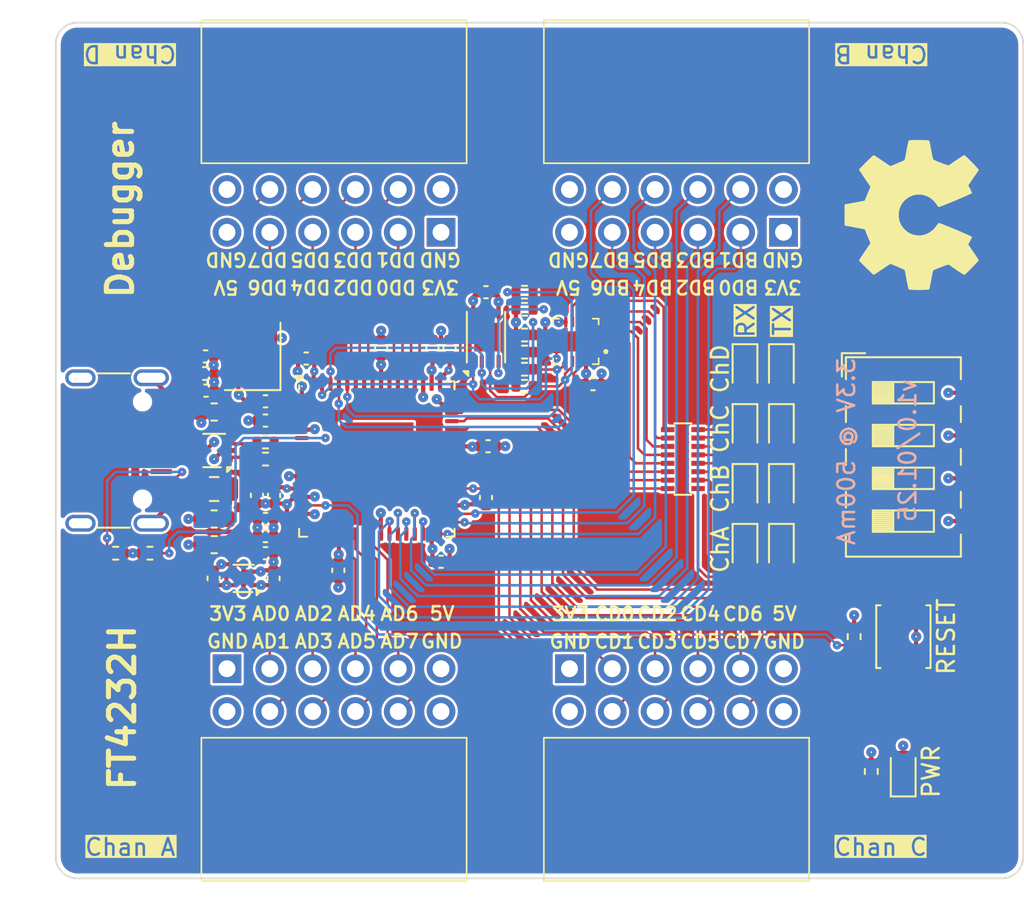
<source format=kicad_pcb>
(kicad_pcb (version 20240108) (generator "pcbnew") (generator_version "8.0")
  (layers (0 "F.Cu" signal) (1 "In1.Cu" signal) (2 "In2.Cu" signal) (31 "B.Cu" signal) (34 "B.Paste" user) (35 "F.Paste" user) (36 "B.SilkS" user "B.Silkscreen") (37 "F.SilkS" user "F.Silkscreen") (38 "B.Mask" user) (39 "F.Mask" user) (44 "Edge.Cuts" user))
  (net 0 "")
  (net 1 "GND")
  (net 2 "+3V3")
  (net 3 "+1V8")
  (net 4 "Net-(F1-Pad1)")
  (net 5 "Net-(F1-Pad2)")
  (net 6 "Net-(X1-CC1)")
  (net 7 "Net-(X1-CC2)")
  (net 8 "Net-(V3-K)")
  (net 10 "/Power/CONN_D-")
  (net 11 "/FT4232H/USB_P-")
  (net 12 "/Power/CONN_D+")
  (net 13 "/FT4232H/USB_P+")
  (net 14 "/FT4232H/~{RESET}")
  (net 15 "/FT4232H/EE_CS")
  (net 16 "/FT4232H/EE_CLK")
  (net 17 "/FT4232H/EE_DATA")
  (net 18 "/FT4232H/~{LEDs_ENABLE}")
  (net 19 "/LEDs, EEPROM/ChanA_EN")
  (net 20 "Net-(RN1-R1.1)")
  (net 21 "Net-(RN1-R2.1)")
  (net 22 "Net-(RN1-R3.1)")
  (net 23 "Net-(RN1-R4.1)")
  (net 24 "Net-(RN1-R5.1)")
  (net 25 "Net-(RN1-R6.1)")
  (net 26 "Net-(RN1-R7.1)")
  (net 27 "Net-(RN1-R8.1)")
  (net 28 "Net-(RN1-R8.2)")
  (net 29 "Net-(RN1-R7.2)")
  (net 30 "Net-(RN1-R6.2)")
  (net 31 "Net-(RN1-R5.2)")
  (net 32 "Net-(RN1-R4.2)")
  (net 33 "Net-(RN1-R3.2)")
  (net 34 "Net-(RN1-R2.2)")
  (net 35 "Net-(RN1-R1.2)")
  (net 36 "/LEDs, EEPROM/ChanB_EN")
  (net 37 "/LEDs, EEPROM/ChanC_EN")
  (net 38 "/LEDs, EEPROM/ChanD_EN")
  (net 39 "/FT4232H/ADBUS0")
  (net 40 "/FT4232H/ADBUS1")
  (net 41 "/FT4232H/ADBUS2")
  (net 42 "/FT4232H/ADBUS3")
  (net 43 "/FT4232H/ADBUS4")
  (net 44 "/FT4232H/ADBUS5")
  (net 45 "/FT4232H/ADBUS6")
  (net 46 "/FT4232H/ADBUS7")
  (net 47 "/FT4232H/BDBUS0")
  (net 48 "/FT4232H/BDBUS1")
  (net 49 "/FT4232H/BDBUS2")
  (net 50 "/FT4232H/BDBUS3")
  (net 51 "/FT4232H/BDBUS4")
  (net 52 "/FT4232H/BDBUS5")
  (net 53 "/FT4232H/BDBUS6")
  (net 54 "/FT4232H/BDBUS7")
  (net 55 "/FT4232H/CDBUS0")
  (net 56 "/FT4232H/CDBUS1")
  (net 57 "/FT4232H/CDBUS2")
  (net 58 "/FT4232H/CDBUS3")
  (net 59 "/FT4232H/CDBUS4")
  (net 60 "/FT4232H/CDBUS5")
  (net 61 "/FT4232H/CDBUS6")
  (net 62 "/FT4232H/CDBUS7")
  (net 63 "/FT4232H/DDBUS0")
  (net 64 "/FT4232H/DDBUS1")
  (net 65 "/FT4232H/DDBUS2")
  (net 66 "/FT4232H/DDBUS3")
  (net 67 "/FT4232H/DDBUS4")
  (net 68 "/FT4232H/DDBUS5")
  (net 69 "/FT4232H/DDBUS6")
  (net 70 "/FT4232H/DDBUS7")
  (net 71 "+5V")
  (net 72 "Net-(R4-Pad1)")
  (net 73 "Net-(R3-Pad1)")
  (net 76 "Net-(V6-DO)")
  (net 79 "Net-(V4-REF)")
  (net 80 "Net-(V4-VPHY)")
  (net 81 "Net-(V4-VPLL)")
  (net 82 "Net-(V4-OSCO)")
  (net 83 "Net-(V4-OSCI)")
  (footprint "Resistor_SMD:R_0402_1005Metric" (layer "F.Cu") (at 100.076 88.646)
    (property "Reference" "R2" (hide yes))
    (property "Value" "5k11")
  )
  (footprint "Resistor_SMD:R_0402_1005Metric" (layer "F.Cu") (at 124.333 76.708)
    (property "Reference" "R7" (hide yes))
    (property "Value" "10k")
  )
  (footprint "ft4232_footprints:74HC595" (layer "F.Cu") (at 127.381 76.073 180)
    (property "Reference" "V5" (hide yes))
    (property "Value" "DFN-16-1EP_2.5x2.5mm_P0.4mm_EP1.2x1.2mm")
  )
  (footprint "Package_DFN_QFN:QFN-64-1EP_9x9mm_P0.5mm_EP4.35x4.35mm" (layer "F.Cu") (at 115.57 83.058)
    (property "Reference" "V4" (hide yes))
    (property "Value" "FT4232HQ")
  )
  (footprint "myLib:SW_SPST_EVQP2" (layer "F.Cu") (at 146.812 93.599 -90)
    (property "Reference" "SW1" (hide yes))
    (property "Value" "RESET")
  )
  (footprint "Package_TO_SOT_SMD:SOT-666" (layer "F.Cu") (at 105.918 82.55 180)
    (property "Reference" "V1" (hide yes))
    (property "Value" "USBLC6-2P6")
  )
  (footprint "Capacitor_SMD:C_0402_1005Metric" (layer "F.Cu") (at 108.966 80.772)
    (property "Reference" "C19" (hide yes))
    (property "Value" "100n")
  )
  (footprint "LED_SMD:LED_0603_1608Metric" (layer "F.Cu") (at 146.8 101.6 90)
    (property "Reference" "V3" (hide yes))
    (property "Value" "PWR")
  )
  (footprint "Resistor_SMD:R_0402_1005Metric" (layer "F.Cu") (at 143.891 93.599 -90)
    (property "Reference" "R6" (hide yes))
    (property "Value" "10k")
  )
  (footprint "LED_SMD:LED_0603_1608Metric" (layer "F.Cu") (at 139.573 81.28 -90)
    (property "Reference" "V11" (hide yes))
    (property "Value" "TX")
  )
  (footprint "Inductor_SMD:L_0603_1608Metric" (layer "F.Cu") (at 105.918 80.264 180)
    (property "Reference" "FB3" (hide yes))
    (property "Value" "FerriteBead_Small")
  )
  (footprint "Capacitor_SMD:C_0402_1005Metric" (layer "F.Cu") (at 122.047 85.344 90)
    (property "Reference" "C9" (hide yes))
    (property "Value" "100n")
  )
  (footprint "Capacitor_SMD:C_0402_1005Metric" (layer "F.Cu") (at 119.38 89.154 180)
    (property "Reference" "C6" (hide yes))
    (property "Value" "100n")
  )
  (footprint "LED_SMD:LED_0603_1608Metric" (layer "F.Cu") (at 137.414 84.836 -90)
    (property "Reference" "V10" (hide yes))
    (property "Value" "RX")
  )
  (footprint "Capacitor_SMD:C_0402_1005Metric" (layer "F.Cu") (at 111.379 77.089)
    (property "Reference" "C11" (hide yes))
    (property "Value" "100n")
  )
  (footprint "Capacitor_SMD:C_0402_1005Metric" (layer "F.Cu") (at 128.397 78.613 180)
    (property "Reference" "C20" (hide yes))
    (property "Value" "100n")
  )
  (footprint "LED_SMD:LED_0603_1608Metric" (layer "F.Cu") (at 139.573 88.392 -90)
    (property "Reference" "V7" (hide yes))
    (property "Value" "TX")
  )
  (footprint "Package_DFN_QFN:DFN-8-1EP_3x2mm_P0.5mm_EP1.7x1.4mm" (layer "F.Cu") (at 122.047 75.819 90)
    (property "Reference" "V6" (hide yes))
    (property "Value" "93LCxxB")
  )
  (footprint "ft4232_footprints:header_female_02x06_613012243121" (layer "F.Cu") (at 119.38 67.056 180)
    (property "Reference" "X5" (hide yes))
    (property "Value" "Channel D" (hide yes))
  )
  (footprint "Capacitor_SMD:C_0402_1005Metric" (layer "F.Cu") (at 118.872 76.454 -90)
    (property "Reference" "C10" (hide yes))
    (property "Value" "100n")
  )
  (footprint "LED_SMD:LED_0603_1608Metric" (layer "F.Cu") (at 137.414 77.724 -90)
    (property "Reference" "V14" (hide yes))
    (property "Value" "RX")
  )
  (footprint "LED_SMD:LED_0603_1608Metric" (layer "F.Cu") (at 137.414 81.28 -90)
    (property "Reference" "V12" (hide yes))
    (property "Value" "RX")
  )
  (footprint "LED_SMD:LED_0603_1608Metric" (layer "F.Cu") (at 139.573 84.836 -90)
    (property "Reference" "V9" (hide yes))
    (property "Value" "TX")
  )
  (footprint "Inductor_SMD:L_0603_1608Metric" (layer "F.Cu") (at 105.918 86.614)
    (property "Reference" "FB1" (hide yes))
    (property "Value" "FerriteBead_Small")
  )
  (footprint "ft4232_footprints:DFN-6-1EP_1.2x1.2mm_P0.4mm_EP0.3x0.94mm_PullBack" (layer "F.Cu") (at 107.663 90.142 180)
    (property "Reference" "V2" (hide yes))
    (property "Value" "MIC5528-3.3YMT")
  )
  (footprint "Resistor_SMD:R_0402_1005Metric" (layer "F.Cu") (at 124.333 78.74)
    (property "Reference" "R10" (hide yes))
    (property "Value" "10k")
  )
  (footprint "Resistor_SMD:R_0402_1005Metric" (layer "F.Cu") (at 124.333 75.692)
    (property "Reference" "R8" (hide yes))
    (property "Value" "10k")
  )
  (footprint "Capacitor_SMD:C_0402_1005Metric" (layer "F.Cu") (at 108.966 87.63)
    (property "Reference" "C1" (hide yes))
    (property "Value" "10u")
  )
  (footprint "Resistor_SMD:R_0402_1005Metric" (layer "F.Cu") (at 124.333 74.168 180)
    (property "Reference" "R12" (hide yes))
    (property "Value" "10k")
  )
  (footprint "Resistor_SMD:R_0402_1005Metric" (layer "F.Cu") (at 108.966 83.058)
    (property "Reference" "R4" (hide yes))
    (property "Value" "22R")
  )
  (footprint "Capacitor_SMD:C_0402_1005Metric" (layer "F.Cu") (at 108.966 79.629)
    (property "Reference" "C14" (hide yes))
    (property "Value" "30p")
  )
  (footprint "Resistor_SMD:R_0402_1005Metric" (layer "F.Cu") (at 144.907 101.6 90)
    (property "Reference" "R5" (hide yes))
    (property "Value" "1k")
  )
  (footprint "LED_SMD:LED_0603_1608Metric" (layer "F.Cu") (at 137.414 88.392 -90)
    (property "Reference" "V8" (hide yes))
    (property "Value" "RX")
  )
  (footprint "Capacitor_SMD:C_0402_1005Metric" (layer "F.Cu") (at 119.888 76.454 -90)
    (property "Reference" "C15" (hide yes))
    (property "Value" "3u3")
  )
  (footprint "Capacitor_SMD:C_0402_1005Metric" (layer "F.Cu") (at 109.474 85.217 90)
    (property "Reference" "C7" (hide yes))
    (property "Value" "100n")
  )
  (footprint "Button_Switch_SMD:SW_DIP_SPSTx04_Slide_6.7x11.72mm_W8.61mm_P2.54mm_LowProfile" (layer "F.Cu") (at 146.812 82.931)
    (property "Reference" "SW2" (hide yes))
    (property "Value" "UART CHx LED enable switch")
  )
  (footprint "Capacitor_SMD:C_0402_1005Metric" (layer "F.Cu") (at 105.41 76.962 180)
    (property "Reference" "C13" (hide yes))
    (property "Value" "30p")
  )
  (footprint "Capacitor_SMD:C_0402_1005Metric" (layer "F.Cu") (at 108.966 88.646 180)
    (property "Reference" "C16" (hide yes))
    (property "Value" "4u7")
  )
  (footprint "ft4232_footprints:header_female_02x06_613012243121" (layer "F.Cu") (at 127 98.044)
    (property "Reference" "X4" (hide yes))
    (property "Value" "Channel C" (hide yes))
  )
  (footprint "Resistor_SMD:R_0402_1005Metric" (layer "F.Cu") (at 108.966 82.042)
    (property "Reference" "R3" (hide yes))
    (property "Value" "22R")
  )
  (footprint "Symbol:OSHW-Symbol_8.9x8mm_SilkScreen" (layer "F.Cu") (at 147.32 68.58 90)
    (property "Reference" "REF**" (hide yes))
    (property "Value" "OSHW-Symbol_8.9x8mm_SilkScreen" (hide yes))
  )
  (footprint "LED_SMD:LED_0603_1608Metric" (layer "F.Cu") (at 139.573 77.724 -90)
    (property "Reference" "V13" (hide yes))
    (property "Value" "TX")
  )
  (footprint "Fuse:Fuse_0805_2012Metric" (layer "F.Cu") (at 105.918 84.836)
    (property "Reference" "F1" (hide yes))
    (property "Value" "500mA")
  )
  (footprint "Capacitor_SMD:C_0402_1005Metric" (layer "F.Cu") (at 113.284 89.662 90)
    (property "Reference" "C5" (hide yes))
    (property "Value" "100n")
  )
  (footprint "ft4232_footprints:header_female_02x06_613012243121" (layer "F.Cu") (at 139.7 67.056 180)
    (property "Reference" "X3" (hide yes))
    (property "Value" "Channel B" (hide yes))
  )
  (footprint "Capacitor_SMD:C_0402_1005Metric" (layer "F.Cu") (at 105.438 78.994 180)
    (property "Reference" "C17" (hide yes))
    (property "Value" "4u7")
  )
  (footprint "Resistor_SMD:R_Array_Convex_8x0602" (layer "F.Cu") (at 133.731 83.058 180)
    (property "Reference" "RN1" (hide yes))
    (property "Value" "2k2")
  )
  (footprint "Capacitor_SMD:C_0402_1005Metric" (layer "F.Cu") (at 108.458 85.217 90)
    (property "Reference" "C18" (hide yes))
    (property "Value" "100n")
  )
  (footprint "Resistor_SMD:R_0402_1005Metric" (layer "F.Cu") (at 124.333 73.152 180)
    (property "Reference" "R13" (hide yes))
    (property "Value" "2k2")
  )
  (footprint "Capacitor_SMD:C_0402_1005Metric" (layer "F.Cu") (at 105.885 90.142 90)
    (property "Reference" "C3" (hide yes))
    (property "Value" "2u2")
  )
  (footprint "Capacitor_SMD:C_0402_1005Metric" (layer "F.Cu") (at 108.966 86.614)
    (property "Reference" "C2" (hide yes))
    (property "Value" "1u")
  )
  (footprint "Inductor_SMD:L_0603_1608Metric" (layer "F.Cu") (at 105.918 88.138 180)
    (property "Reference" "FB2" (hide yes))
    (property "Value" "FerriteBead_Small")
  )
  (footprint "Capacitor_SMD:C_0402_1005Metric" (layer "F.Cu") (at 115.824 76.454 -90)
    (property "Reference" "C12" (hide yes))
    (property "Value" "100n")
  )
  (footprint "ft4232_footprints:header_female_02x06_613012243121" (layer "F.Cu") (at 106.68 98.044)
    (property "Reference" "X2" (hide yes))
    (property "Value" "Channel A" (hide yes))
  )
  (footprint "Resistor_SMD:R_0402_1005Metric" (layer "F.Cu") (at 102.108 88.646)
    (property "Reference" "R9" (hide yes))
    (property "Value" "12k")
  )
  (footprint "Crystal:Crystal_SMD_3225-4Pin_3.2x2.5mm" (layer "F.Cu") (at 108.204 76.962 90)
    (property "Reference" "Y1" (hide yes))
    (property "Value" "12MHz")
  )
  (footprint "Resistor_SMD:R_0402_1005Metric" (layer "F.Cu") (at 124.333 77.724 180)
    (property "Reference" "R11" (hide yes))
    (property "Value" "10k")
  )
  (footprint "Resistor_SMD:R_0402_1005Metric" (layer "F.Cu") (at 105.41 77.978)
    (property "Reference" "R1" (hide yes))
    (property "Value" "5k11")
  )
  (footprint "Capacitor_SMD:C_0402_1005Metric" (layer "F.Cu") (at 109.441 90.142 90)
    (property "Reference" "C4" (hide yes))
    (property "Value" "2u2")
  )
  (footprint "Capacitor_SMD:C_0402_1005Metric" (layer "F.Cu") (at 122.047 73.152 180)
    (property "Reference" "C21" (hide yes))
    (property "Value" "100n")
  )
  (footprint "Capacitor_SMD:C_0402_1005Metric" (layer "F.Cu") (at 122.174 82.296 180)
    (property "Reference" "C8" (hide yes))
    (property "Value" "100n")
  )
  (footprint "myLib:USB_C_Receptacle_G-Switch_GT-USB-7010ASV" (layer "F.Cu") (at 99.06 82.55 -90)
    (property "Reference" "X1" (hide yes))
    (property "Value" "USB-C Receptacle")
  )
  (gr_line (start 97.79 107.95) (end 152.654 107.95) (stroke (width 0.1)) (layer "Edge.Cuts"))
  (gr_line (start 96.52 58.42) (end 96.52 106.68) (stroke (width 0.1)) (layer "Edge.Cuts"))
  (gr_line (start 153.924 106.68) (end 153.924 58.42) (stroke (width 0.1)) (layer "Edge.Cuts"))
  (gr_arc (start 152.654 57.15) (mid 153.552026 57.521974) (end 153.924 58.42) (stroke (width 0.1)) (layer "Edge.Cuts"))
  (gr_arc (start 96.52 58.42) (mid 96.891974 57.521974) (end 97.79 57.15) (stroke (width 0.1)) (layer "Edge.Cuts"))
  (gr_arc (start 153.924 106.68) (mid 153.552026 107.578026) (end 152.654 107.95) (stroke (width 0.1)) (layer "Edge.Cuts"))
  (gr_line (start 152.654 57.15) (end 97.79 57.15) (stroke (width 0.1)) (layer "Edge.Cuts"))
  (gr_arc (start 97.79 107.95) (mid 96.891974 107.578026) (end 96.52 106.68) (stroke (width 0.1)) (layer "Edge.Cuts"))
  (gr_text "v1.0/01.25" (at 147.066 82.55 90) (layer "B.SilkS") (effects (font (size 1 1)) (justify mirror)))
  (gr_text "3.3V @ 500mA" (at 144.018 76.962 90) (layer "B.SilkS") (effects (font (size 1 1)) (justify left bottom mirror)))
  (gr_text "RX" (at 138.049 75.946 90) (layer "F.SilkS" knockout) (effects (font (size 1 1)) (justify left bottom)))
  (gr_text "AD1" (at 108.077 94.346 0) (layer "F.SilkS") (effects (font (size 0.8 0.8)) (justify left bottom)))
  (gr_text "CD0" (at 128.397 92.725 0) (layer "F.SilkS") (effects (font (size 0.8 0.8)) (justify left bottom)))
  (gr_text "BD4" (at 133.223 72.375 180) (layer "F.SilkS") (effects (font (size 0.8 0.8)) (justify left bottom)))
  (gr_text "AD4" (at 113.157 92.71 0) (layer "F.SilkS") (effects (font (size 0.8 0.8)) (justify left bottom)))
  (gr_text "AD0" (at 108.077 92.71 0) (layer "F.SilkS") (effects (font (size 0.8 0.8)) (justify left bottom)))
  (gr_text "BD7" (at 130.683 70.739 180) (layer "F.SilkS") (effects (font (size 0.8 0.8)) (justify left bottom)))
  (gr_text "BD6" (at 130.683 72.375 180) (layer "F.SilkS") (effects (font (size 0.8 0.8)) (justify left bottom)))
  (gr_text "GND" (at 140.97 70.739 180) (layer "F.SilkS") (effects (font (size 0.8 0.8)) (justify left bottom)))
  (gr_text "CD4" (at 133.477 92.725 0) (layer "F.SilkS") (effects (font (size 0.8 0.8)) (justify left bottom)))
  (gr_text "GND" (at 138.43 94.361 0) (layer "F.SilkS") (effects (font (size 0.8 0.8)) (justify left bottom)))
  (gr_text "3V3" (at 105.537 92.71 0) (layer "F.SilkS") (effects (font (size 0.8 0.8)) (justify left bottom)))
  (gr_text "DD5" (at 112.903 70.739 180) (layer "F.SilkS") (effects (font (size 0.8 0.8)) (justify left bottom)))
  (gr_text "Chan C" (at 142.621 106.68 0) (layer "F.SilkS" knockout) (effects (font (size 1 1)) (justify left bottom)))
  (gr_text "GND" (at 107.95 70.739 180) (layer "F.SilkS") (effects (font (size 0.8 0.8)) (justify left bottom)))
  (gr_text "BD3" (at 135.763 70.739 180) (layer "F.SilkS") (effects (font (size 0.8 0.8)) (justify left bottom)))
  (gr_text "AD6" (at 115.697 92.71 0) (layer "F.SilkS") (effects (font (size 0.8 0.8)) (justify left bottom)))
  (gr_text "CD3" (at 130.937 94.361 0) (layer "F.SilkS") (effects (font (size 0.8 0.8)) (justify left bottom)))
  (gr_text "3V3" (at 125.857 92.725 0) (layer "F.SilkS") (effects (font (size 0.8 0.8)) (justify left bottom)))
  (gr_text "GND" (at 128.27 70.739 180) (layer "F.SilkS") (effects (font (size 0.8 0.8)) (justify left bottom)))
  (gr_text "DD7" (at 110.363 70.739 180) (layer "F.SilkS") (effects (font (size 0.8 0.8)) (justify left bottom)))
  (gr_text "TX" (at 140.208 75.819 90) (layer "F.SilkS" knockout) (effects (font (size 1 1)) (justify left bottom)))
  (gr_text "DD2" (at 115.443 72.375 180) (layer "F.SilkS") (effects (font (size 0.8 0.8)) (justify left bottom)))
  (gr_text "5V" (at 127.762 72.39 180) (layer "F.SilkS") (effects (font (size 0.8 0.8)) (justify left bottom)))
  (gr_text "GND" (at 120.65 70.739 180) (layer "F.SilkS") (effects (font (size 0.8 0.8)) (justify left bottom)))
  (gr_text "Debugger" (at 101.219 73.66 90) (layer "F.SilkS") (effects (font (size 1.5 1.5) (thickness 0.3) (bold yes)) (justify left bottom)))
  (gr_text "CD6" (at 136.017 92.725 0) (layer "F.SilkS") (effects (font (size 0.8 0.8)) (justify left bottom)))
  (gr_text "CD2" (at 130.937 92.725 0) (layer "F.SilkS") (effects (font (size 0.8 0.8)) (justify left bottom)))
  (gr_text "ChA" (at 136.525 89.916 90) (layer "F.SilkS") (effects (font (size 1 1)) (justify left bottom)))
  (gr_text "DD1" (at 117.983 70.739 180) (layer "F.SilkS") (effects (font (size 0.8 0.8)) (justify left bottom)))
  (gr_text "5V" (at 107.442 72.39 180) (layer "F.SilkS") (effects (font (size 0.8 0.8)) (justify left bottom)))
  (gr_text "CD5" (at 133.477 94.361 0) (layer "F.SilkS") (effects (font (size 0.8 0.8)) (justify left bottom)))
  (gr_text "BD2" (at 135.763 72.375 180) (layer "F.SilkS") (effects (font (size 0.8 0.8)) (justify left bottom)))
  (gr_text "AD7" (at 115.697 94.346 0) (layer "F.SilkS") (effects (font (size 0.8 0.8)) (justify left bottom)))
  (gr_text "DD3" (at 115.443 70.739 180) (layer "F.SilkS") (effects (font (size 0.8 0.8)) (justify left bottom)))
  (gr_text "AD3" (at 110.617 94.346 0) (layer "F.SilkS") (effects (font (size 0.8 0.8)) (justify left bottom)))
  (gr_text "BD0" (at 138.303 72.375 180) (layer "F.SilkS") (effects (font (size 0.8 0.8)) (justify left bottom)))
  (gr_text "BD5" (at 133.223 70.739 180) (layer "F.SilkS") (effects (font (size 0.8 0.8)) (justify left bottom)))
  (gr_text "Chan A" (at 98.171 106.68 0) (layer "F.SilkS" knockout) (effects (font (size 1 1)) (justify left bottom)))
  (gr_text "AD5" (at 113.157 94.346 0) (layer "F.SilkS") (effects (font (size 0.8 0.8)) (justify left bottom)))
  (gr_text "AD2" (at 110.617 92.71 0) (layer "F.SilkS") (effects (font (size 0.8 0.8)) (justify left bottom)))
  (gr_text "CD1" (at 128.397 94.361 0) (layer "F.SilkS") (effects (font (size 0.8 0.8)) (justify left bottom)))
  (gr_text "5V" (at 118.618 92.695 0) (layer "F.SilkS") (effects (font (size 0.8 0.8)) (justify left bottom)))
  (gr_text "ChB" (at 136.525 86.36 90) (layer "F.SilkS") (effects (font (size 1 1)) (justify left bottom)))
  (gr_text "5V" (at 138.938 92.71 0) (layer "F.SilkS") (effects (font (size 0.8 0.8)) (justify left bottom)))
  (gr_text "DD6" (at 110.363 72.375 180) (layer "F.SilkS") (effects (font (size 0.8 0.8)) (justify left bottom)))
  (gr_text "Chan D" (at 103.759 58.42 180) (layer "F.SilkS" knockout) (effects (font (size 1 1)) (justify left bottom)))
  (gr_text "GND" (at 105.41 94.346 0) (layer "F.SilkS") (effects (font (size 0.8 0.8)) (justify left bottom)))
  (gr_text "3V3" (at 120.523 72.375 180) (layer "F.SilkS") (effects (font (size 0.8 0.8)) (justify left bottom)))
  (gr_text "GND" (at 125.73 94.361 0) (layer "F.SilkS") (effects (font (size 0.8 0.8)) (justify left bottom)))
  (gr_text "DD4" (at 112.903 72.375 180) (layer "F.SilkS") (effects (font (size 0.8 0.8)) (justify left bottom)))
  (gr_text "3V3" (at 140.843 72.375 180) (layer "F.SilkS") (effects (font (size 0.8 0.8)) (justify left bottom)))
  (gr_text "CD7" (at 136.017 94.361 0) (layer "F.SilkS") (effects (font (size 0.8 0.8)) (justify left bottom)))
  (gr_text "ChC" (at 136.525 82.804 90) (layer "F.SilkS") (effects (font (size 1 1)) (justify left bottom)))
  (gr_text "FT4232H" (at 101.346 102.87 90) (layer "F.SilkS") (effects (font (size 1.5 1.5) (thickness 0.3) (bold yes)) (justify left bottom)))
  (gr_text "DD0" (at 117.983 72.375 180) (layer "F.SilkS") (effects (font (size 0.8 0.8)) (justify left bottom)))
  (gr_text "BD1" (at 138.303 70.739 180) (layer "F.SilkS") (effects (font (size 0.8 0.8)) (justify left bottom)))
  (gr_text "Chan B" (at 148.336 58.42 180) (layer "F.SilkS" knockout) (effects (font (size 1 1)) (justify left bottom)))
  (gr_text "ChD" (at 136.525 79.248 90) (layer "F.SilkS") (effects (font (size 1 1)) (justify left bottom)))
  (gr_text "GND" (at 118.11 94.346 0) (layer "F.SilkS") (effects (font (size 0.8 0.8)) (justify left bottom)))
  (segment (start 126.365 74.923) (end 126.781 74.923) (width 0.25) (layer "F.Cu") (net 1))
  (segment (start 111.12 86.308) (end 110.236 86.308) (width 0.25) (layer "F.Cu") (net 1))
  (segment (start 118.32 79.375) (end 118.32 78.608) (width 0.25) (layer "F.Cu") (net 1))
  (segment (start 144.907 101.09) (end 144.907 100.457) (width 0.25) (layer "F.Cu") (net 1))
  (segment (start 102.83 78.875) (end 102.185 78.23) (width 0.25) (layer "F.Cu") (net 1))
  (segment (start 109.441 89.662) (end 108.75 89.662) (width 0.25) (layer "F.Cu") (net 1))
  (segment (start 109.446 88.646) (end 109.446 86.614) (width 0.25) (layer "F.Cu") (net 1))
  (segment (start 119.888 88.392) (end 119.888 89.126) (width 0.25) (layer "F.Cu") (net 1))
  (segment (start 147.562 95.599) (end 147.562 91.599) (width 0.25) (layer "F.Cu") (net 1))
  (segment (start 128.877 78.006) (end 128.877 78.613) (width 0.25) (layer "F.Cu") (net 1))
  (segment (start 107.638 89.742) (end 107.638 90.117) (width 0.25) (layer "F.Cu") (net 1))
  (segment (start 119.888 89.126) (end 119.86 89.154) (width 0.25) (layer "F.Cu") (net 1))
  (segment (start 111.887 81.283) (end 111.862 81.308) (width 0.25) (layer "F.Cu") (net 1))
  (segment (start 122.785 73.724926) (end 122.785 73.787) (width 0.25) (layer "F.Cu") (net 1))
  (segment (start 151.117 86.741) (end 149.479 86.741) (width 0.25) (layer "F.Cu") (net 1))
  (segment (start 105.918 78.994) (end 105.918 77.98) (width 0.25) (layer "F.Cu") (net 1))
  (segment (start 107.663 89.3025) (end 107.663 90.142) (width 0.25) (layer "F.Cu") (net 1))
  (segment (start 107.771848 79.629) (end 108.486 79.629) (width 0.25) (layer "F.Cu") (net 1))
  (segment (start 105.918 76.934) (end 105.918 76.962) (width 0.25) (layer "F.Cu") (net 1))
  (segment (start 108.458 85.697) (end 109.474 85.697) (width 0.25) (layer "F.Cu") (net 1))
  (segment (start 122.790394 73.719532) (end 122.785 73.724926) (width 0.25) (layer "F.Cu") (net 1))
  (segment (start 108.67 89.742) (end 108.138 89.742) (width 0.25) (layer "F.Cu") (net 1))
  (segment (start 111.12 85.308) (end 111.862 85.308) (width 0.25) (layer "F.Cu") (net 1))
  (segment (start 107.95 80.772) (end 108.486 80.772) (width 0.25) (layer "F.Cu") (net 1))
  (segment (start 110.236 85.734847) (end 110.662847 85.308) (width 0.25) (layer "F.Cu") (net 1))
  (segment (start 108.138 89.742) (end 107.638 89.742) (width 0.25) (layer "F.Cu") (net 1))
  (segment (start 105.918 77.95) (end 107.242 77.95) (width 0.25) (layer "F.Cu") (net 1))
  (segment (start 111.252 83.808) (end 111.252 84.308) (width 0.25) (layer "F.Cu") (net 1))
  (segment (start 107.382616 79.239768) (end 107.354 79.211152) (width 0.25) (layer "F.Cu") (net 1))
  (segment (start 151.117 81.661) (end 149.479 81.661) (width 0.25) (layer "F.Cu") (net 1))
  (segment (start 105.89 77.948) (end 105.92 77.978) (width 0.25) (layer "F.Cu") (net 1))
  (segment (start 121.967 85.744) (end 120.829565 85.744) (width 0.25) (layer "F.Cu") (net 1))
  (segment (start 109.939 75.862) (end 109.054 75.862) (width 0.25) (layer "F.Cu") (net 1))
  (segment (start 110.236 85.734847) (end 110.236 86.308) (width 0.25) (layer "F.Cu") (net 1))
  (segment (start 120.829565 85.744) (end 120.790565 85.783) (width 0.25) (layer "F.Cu") (net 1))
  (segment (start 110.871 83.808) (end 110.871 84.308) (width 0.25) (layer "F.Cu") (net 1))
  (segment (start 119.38 75.438) (end 119.38 75.974) (width 0.25) (layer "F.Cu") (net 1))
  (segment (start 106.843 82.55) (end 106.426 82.55) (width 0.25) (layer "F.Cu") (net 1))
  (segment (start 105.984 89.662) (end 105.885 89.662) (width 0.25) (layer "F.Cu") (net 1))
  (segment (start 111.379 83.808) (end 111.379 84.308) (width 0.25) (layer "F.Cu") (net 1))
  (segment (start 119.38 75.974) (end 119.888 75.974) (width 0.25) (layer "F.Cu") (net 1))
  (segment (start 108.75 89.662) (end 108.679 89.733) (width 0.25) (layer "F.Cu") (net 1))
  (segment (start 151.117 79.121) (end 149.479 79.121) (width 0.25) (layer "F.Cu") (net 1))
  (segment (start 107.382616 79.239768) (end 107.771848 79.629) (width 0.25) (layer "F.Cu") (net 1))
  (segment (start 110.899 77.823) (end 110.899 77.089) (width 0.25) (layer "F.Cu") (net 1))
  (segment (start 106.3435 89.3025) (end 107.663 89.3025) (width 0.25) (layer "F.Cu") (net 1))
  (segment (start 119.126 79.502) (end 119.432 79.808) (width 0.25) (layer "F.Cu") (net 1))
  (segment (start 120.790565 85.783) (end 120.765565 85.808) (width 0.25) (layer "F.Cu") (net 1))
  (segment (start 111.12 78.745) (end 111.125 78.74) (width 0.25) (layer "F.Cu") (net 1))
  (segment (start 111.862 85.308) (end 111.887 85.283) (width 0.25) (layer "F.Cu") (net 1))
  (segment (start 108.679 89.733) (end 108.67 89.742) (width 0.25) (layer "F.Cu") (net 1))
  (segment (start 102.83 85.75) (end 102.83 86.225) (width 0.25) (layer "F.Cu") (net 1))
  (segment (start 122.797 74.369) (end 122.785 74.357) (width 0.25) (layer "F.Cu") (net 1))
  (segment (start 106.426 82.55) (end 105.918 83.058) (width 0.25) (layer "F.Cu") (net 1))
  (segment (start 111.862 81.308) (end 111.12 81.308) (width 0.25) (layer "F.Cu") (net 1))
  (segment (start 111.887 86.333) (end 111.862 86.308) (width 0.25) (layer "F.Cu") (net 1))
  (segment (start 110.271808 85.816192) (end 110.271808 85.770655) (width 0.25) (layer "F.Cu") (net 1))
  (segment (start 120.765565 85.808) (end 120.02 85.808) (width 0.25) (layer "F.Cu") (net 1))
  (segment (start 107.242 77.95) (end 107.354 78.062) (width 0.25) (layer "F.Cu") (net 1))
  (segment (start 109.446 89.657) (end 109.441 89.662) (width 0.25) (layer "F.Cu") (net 1))
  (segment (start 107.638 90.117) (end 107.663 90.142) (width 0.25) (layer "F.Cu") (net 1))
  (segment (start 111.379 84.074) (end 110.363 84.074) (width 0.25) (layer "F.Cu") (net 1))
  (segment (start 119.432 79.808) (end 120.02 79.808) (width 0.25) (layer "F.Cu") (net 1))
  (segment (start 122.785 74.357) (end 122.785 73.787) (width 0.25) (layer "F.Cu") (net 1))
  (segment (start 122.654 82.296) (end 123.19 82.296) (width 0.25) (layer "F.Cu") (net 1))
  (segment (start 105.918 77.98) (end 105.92 77.978) (width 0.25) (layer "F.Cu") (net 1))
  (segment (start 111.12 83.808) (end 111.12 84.308) (width 0.25) (layer "F.Cu") (net 1))
  (segment (start 110.01 85.697) (end 109.474 85.697) (width 0.25) (layer "F.Cu") (net 1))
  (segment (start 110.662847 85.308) (end 111.12 85.308) (width 0.25) (layer "F.Cu") (net 1))
  (segment (start 110.236 85.734847) (end 110.047847 85.734847) (width 0.25) (layer "F.Cu") (net 1))
  (segment (start 109.446 88.646) (end 109.446 89.657) (width 0.25) (layer "F.Cu") (net 1))
  (segment (start 122.047 85.824) (end 121.967 85.744) (width 0.25) (layer "F.Cu") (net 1))
  (segment (start 128.905 77.978) (end 128.877 78.006) (width 0.25) (layer "F.Cu") (net 1))
  (segment (start 100.586 88.646) (end 101.092 88.646) (width 0.25) (layer "F.Cu") (net 1))
  (segment (start 113.284 90.142) (end 113.284 90.678) (width 0.25) (layer "F.Cu") (net 1))
  (segment (start 109.446 85.725) (end 109.474 85.697) (width 0.25) (layer "F.Cu") (net 1))
  (segment (start 109.446 86.614) (end 109.446 85.725) (width 0.25) (layer "F.Cu") (net 1))
  (segment (start 106.3435 89.3025) (end 105.984 89.662) (width 0.25) (layer "F.Cu") (net 1))
  (segment (start 118.872 75.974) (end 119.38 75.974) (width 0.25) (layer "F.Cu") (net 1))
  (segment (start 102.83 86.225) (end 102.185 86.87) (width 0.25) (layer "F.Cu") (net 1))
  (segment (start 151.117 84.201) (end 149.479 84.201) (width 0.25) (layer "F.Cu") (net 1))
  (segment (start 107.354 79.211152) (end 107.354 78.062) (width 0.25) (layer "F.Cu") (net 1))
  (segment (start 111.12 79.308) (end 111.12 78.745) (width 0.25) (layer "F.Cu") (net 1))
  (segment (start 115.807 87.495) (end 115.82 87.508) (width 0.25) (layer "F.Cu") (net 1))
  (segment (start 110.047847 85.734847) (end 110.01 85.697) (width 0.25) (layer "F.Cu") (net 1))
  (segment (start 110.271808 85.770655) (end 110.236 85.734847) (width 0.25) (layer "F.Cu") (net 1))
  (segment (start 105.89 76.962) (end 105.89 77.948) (width 0.25) (layer "F.Cu") (net 1))
  (segment (start 110.871 77.851) (end 110.899 77.823) (width 0.25) (layer "F.Cu") (net 1))
  (segment (start 102.83 79.35) (end 102.83 78.875) (width 0.25) (layer "F.Cu") (net 1))
  (segment (start 111.862 86.308) (end 111.12 86.308) (width 0.25) (layer "F.Cu") (net 1))
  (segment (start 122.785 73.41) (end 122.527 73.152) (width 0.25) (layer "F.Cu") (net 1))
  (segment (start 107.663 90.943175) (end 107.663 90.142) (width 0.25) (layer "F.Cu") (net 1))
  (segment (start 115.807 86.25) (end 115.807 87.495) (width 0.25) (layer "F.Cu") (net 1))
  (segment (start 122.785 73.787) (end 122.785 73.41) (width 0.25) (layer "F.Cu") (net 1))
  (segment (start 110.236 86.308) (end 109.446 86.308) (width 0.25) (layer "F.Cu") (net 1))
  (segment (start 115.824 75.974) (end 115.824 75.438) (width 0.25) (layer "F.Cu") (net 1))
  (via (at 109.446 89.154) (size 0.6) (drill 0.1) (layers "F.Cu" "B.Cu") (net 1))
  (via (at 105.918 78.486) (size 0.6) (drill 0.1) (layers "F.Cu" "B.Cu") (net 1))
  (via (at 111.887 81.283) (size 0.6) (drill 0.1) (layers "F.Cu" "B.Cu") (net 1))
  (via (at 107.382616 79.239768) (size 0.6) (drill 0.1) (layers "F.Cu" "B.Cu") (net 1))
  (via (at 149.479 81.661) (size 0.6) (drill 0.1) (layers "F.Cu" "B.Cu") (net 1))
  (via (at 120.790565 85.783) (size 0.6) (drill 0.1) (layers "F.Cu" "B.Cu") (net 1))
  (via (at 113.284 90.678) (size 0.6) (drill 0.1) (layers "F.Cu" "B.Cu") (net 1))
  (via (at 119.126 79.502) (size 0.6) (drill 0.1) (layers "F.Cu" "B.Cu") (net 1))
  (via (at 109.446 87.122) (size 0.6) (drill 0.1) (layers "F.Cu" "B.Cu") (net 1))
  (via (at 109.939 75.862) (size 0.6) (drill 0.1) (layers "F.Cu" "B.Cu") (net 1))
  (via (at 110.363 84.074) (size 0.6) (drill 0.1) (layers "F.Cu" "B.Cu") (net 1))
  (via (at 101.092 88.646) (size 0.6) (drill 0.1) (layers "F.Cu" "B.Cu") (net 1))
  (via (at 111.887 85.283) (size 0.6) (drill 0.1) (layers "F.Cu" "B.Cu") (net 1))
  (via (at 147.574 93.599) (size 0.6) (drill 0.1) (layers "F.Cu" "B.Cu") (net 1))
  (via (at 108.966 85.697) (size 0.6) (drill 0.1) (layers "F.Cu" "B.Cu") (net 1))
  (via (at 106.3435 89.3025) (size 0.6) (drill 0.1) (layers "F.Cu" "B.Cu") (net 1))
  (via (at 108.679 89.733) (size 0.6) (drill 0.1) (layers "F.Cu" "B.Cu") (net 1))
  (via (at 115.807 86.25) (size 0.6) (drill 0.1) (layers "F.Cu" "B.Cu") (net 1))
  (via (at 126.365 74.923) (size 0.6) (drill 0.1) (layers "F.Cu" "B.Cu") (net 1))
  (via (at 111.887 86.333) (size 0.6) (drill 0.1) (layers "F.Cu" "B.Cu") (net 1))
  (via (at 111.125 78.74) (size 0.6) (drill 0.1) (layers "F.Cu" "B.Cu") (net 1))
  (via (at 105.89 77.47) (size 0.6) (drill 0.1) (layers "F.Cu" "B.Cu") (net 1))
  (via (at 149.479 79.121) (size 0.6) (drill 0.1) (layers "F.Cu" "B.Cu") (net 1))
  (via (at 105.918 83.058) (size 0.6) (drill 0.1) (layers "F.Cu" "B.Cu") (net 1))
  (via (at 110.236 85.734847) (size 0.6) (drill 0.1) (layers "F.Cu" "B.Cu") (net 1))
  (via (at 115.824 75.438) (size 0.6) (drill 0.1) (layers "F.Cu" "B.Cu") (net 1))
  (via (at 119.38 75.438) (size 0.6) (drill 0.1) (layers "F.Cu" "B.Cu") (net 1))
  (via (at 149.479 84.201) (size 0.6) (drill 0.1) (layers "F.Cu" "B.Cu") (net 1))
  (via (at 118.32 79.375) (size 0.6) (drill 0.1) (layers "F.Cu" "B.Cu") (net 1))
  (via (at 128.905 77.978) (size 0.6) (drill 0.1) (layers "F.Cu" "B.Cu") (net 1))
  (via (at 107.663 90.943175) (size 0.6) (drill 0.1) (layers "F.Cu" "B.Cu") (net 1))
  (via (at 107.663 89.3025) (size 0.6) (drill 0.1) (layers "F.Cu" "B.Cu") (net 1))
  (via (at 122.790394 73.719532) (size 0.6) (drill 0.1) (layers "F.Cu" "B.Cu") (net 1))
  (via (at 144.907 100.457) (size 0.6) (drill 0.1) (layers "F.Cu" "B.Cu") (net 1))
  (via (at 110.871 77.851) (size 0.6) (drill 0.1) (layers "F.Cu" "B.Cu") (net 1))
  (via (at 107.95 80.772) (size 0.6) (drill 0.1) (layers "F.Cu" "B.Cu") (net 1))
  (via (at 123.19 82.296) (size 0.6) (drill 0.1) (layers "F.Cu" "B.Cu") (net 1))
  (via (at 149.479 86.741) (size 0.6) (drill 0.1) (layers "F.Cu" "B.Cu") (net 1))
  (via (at 119.888 88.392) (size 0.6) (drill 0.1) (layers "F.Cu" "B.Cu") (net 1))
  (segment (start 115.824 78.604) (end 115.82 78.608) (width 0.25) (layer "F.Cu") (net 2))
  (segment (start 115.824 77.44954) (end 115.824 77.724) (width 0.25) (layer "F.Cu") (net 2))
  (segment (start 118.872 88.392) (end 118.872 89.126) (width 0.25) (layer "F.Cu") (net 2))
  (segment (start 123.823 78.74) (end 123.823 74.168) (width 0.25) (layer "F.Cu") (net 2))
  (segment (start 118.872 77.724) (end 118.872 76.934) (width 0.25) (layer "F.Cu") (net 2))
  (segment (start 108.138 90.142) (end 108.138 90.542) (width 0.25) (layer "F.Cu") (net 2))
  (segment (start 121.158 82.308) (end 121.682 82.308) (width 0.25) (layer "F.Cu") (net 2))
  (segment (start 143.891 93.089) (end 143.891 92.329) (width 0.25) (layer "F.Cu") (net 2))
  (segment (start 115.820825 77.446365) (end 115.824 77.44954) (width 0.25) (layer "F.Cu") (net 2))
  (segment (start 121.158 82.308) (end 121.224304 82.308) (width 0.25) (layer "F.Cu") (net 2))
  (segment (start 115.824 77.724) (end 115.824 78.604) (width 0.25) (layer "F.Cu") (net 2))
  (segment (start 121.224304 82.308) (end 121.239416 82.323112) (width 0.25) (layer "F.Cu") (net 2))
  (segment (start 120.02 82.308) (end 121.158 82.308) (width 0.25) (layer "F.Cu") (net 2))
  (segment (start 118.82 77.776) (end 118.872 77.724) (width 0.25) (layer "F.Cu") (net 2))
  (segment (start 121.297 73.422) (end 121.567 73.152) (width 0.25) (layer "F.Cu") (net 2))
  (segment (start 118.82 77.776) (end 118.82 78.608) (width 0.25) (layer "F.Cu") (net 2))
  (segment (start 115.824 76.934) (end 115.824 77.724) (width 0.25) (layer "F.Cu") (net 2))
  (segment (start 125.763497 75.873) (end 126.231 75.873) (width 0.25) (layer "F.Cu") (net 2))
  (segment (start 125.566795 75.676298) (end 125.763497 75.873) (width 0.25) (layer "F.Cu") (net 2))
  (segment (start 113.32 87.508) (end 113.32 89.146) (width 0.25) (layer "F.Cu") (net 2))
  (segment (start 118.872 88.392) (end 118.82 88.34) (width 0.25) (layer "F.Cu") (net 2))
  (segment (start 127.981 77.223) (end 127.981 78.549) (width 0.25) (layer "F.Cu") (net 2))
  (segment (start 146.8 100.8125) (end 146.8 100.076) (width 0.25) (layer "F.Cu") (net 2))
  (segment (start 121.297 74.369) (end 121.297 73.422) (width 0.25) (layer "F.Cu") (net 2))
  (segment (start 127.981 78.549) (end 127.917 78.613) (width 0.25) (layer "F.Cu") (net 2))
  (segment (start 121.682 82.308) (end 121.694 82.296) (width 0.25) (layer "F.Cu") (net 2))
  (segment (start 113.32 89.146) (end 113.284 89.182) (width 0.25) (layer "F.Cu") (net 2))
  (segment (start 109.361 90.542) (end 109.441 90.622) (width 0.25) (layer "F.Cu") (net 2))
  (segment (start 125.566795 74.93) (end 125.566795 75.676298) (width 0.25) (layer "F.Cu") (net 2))
  (segment (start 105.1305 80.8735) (end 105.1305 80.264) (width 0.25) (layer "F.Cu") (net 2))
  (segment (start 105.156 80.899) (end 105.1305 80.8735) (width 0.25) (layer "F.Cu") (net 2))
  (segment (start 108.138 90.542) (end 109.361 90.542) (width 0.25) (layer "F.Cu") (net 2))
  (segment (start 105.1305 88.138) (end 104.394 88.138) (width 0.25) (layer "F.Cu") (net 2))
  (segment (start 118.872 89.126) (end 118.9 89.154) (width 0.25) (layer "F.Cu") (net 2))
  (segment (start 118.82 88.34) (end 118.82 87.508) (width 0.25) (layer "F.Cu") (net 2))
  (via (at 125.566795 74.93) (size 0.6) (drill 0.1) (layers "F.Cu" "B.Cu") (net 2))
  (via (at 105.156 80.899) (size 0.6) (drill 0.1) (layers "F.Cu" "B.Cu") (net 2))
  (via (at 123.825 74.93) (size 0.6) (drill 0.1) (layers "F.Cu" "B.Cu") (net 2))
  (via (at 104.394 88.138) (size 0.6) (drill 0.1) (layers "F.Cu" "B.Cu") (net 2))
  (via (at 108.70375 90.542) (size 0.6) (drill 0.1) (layers "F.Cu" "B.Cu") (net 2))
  (via (at 127.987464 77.983284) (size 0.6) (drill 0.1) (layers "F.Cu" "B.Cu") (net 2))
  (via (at 121.285 73.66) (size 0.6) (drill 0.1) (layers "F.Cu" "B.Cu") (net 2))
  (via (at 121.239416 82.323112) (size 0.6) (drill 0.1) (layers "F.Cu" "B.Cu") (net 2))
  (via (at 143.891 92.329) (size 0.6) (drill 0.1) (layers "F.Cu" "B.Cu") (net 2))
  (via (at 146.8 100.076) (size 0.6) (drill 0.1) (layers "F.Cu" "B.Cu") (net 2))
  (via (at 113.305582 88.716544) (size 0.6) (drill 0.1) (layers "F.Cu" "B.Cu") (net 2))
  (via (at 118.82 77.776) (size 0.6) (drill 0.1) (layers "F.Cu" "B.Cu") (net 2))
  (via (at 118.872 88.392) (size 0.6) (drill 0.1) (layers "F.Cu" "B.Cu") (net 2))
  (via (at 115.820825 77.446365) (size 0.6) (drill 0.1) (layers "F.Cu" "B.Cu") (net 2))
  (segment (start 119.32 78.292) (end 119.8245 77.7875) (width 0.25) (layer "F.Cu") (net 3))
  (segment (start 111.12 84.808) (end 110.236 84.808) (width 0.25) (layer "F.Cu") (net 3))
  (segment (start 111.859 77.089) (end 111.859 77.851) (width 0.25) (layer "F.Cu") (net 3))
  (segment (start 119.32 78.608) (end 119.32 78.292) (width 0.25) (layer "F.Cu") (net 3))
  (segment (start 119.888 76.934) (end 119.888 77.724) (width 0.25) (layer "F.Cu") (net 3))
  (segment (start 110.165 84.737) (end 110.236 84.808) (width 0.25) (layer "F.Cu") (net 3))
  (segment (start 111.82 77.89) (end 111.859 77.851) (width 0.25) (layer "F.Cu") (net 3))
  (segment (start 120.02 84.808) (end 121.285 84.808) (width 0.15) (layer "F.Cu") (net 3))
  (segment (start 109.474 84.737) (end 110.165 84.737) (width 0.25) (layer "F.Cu") (net 3))
  (segment (start 119.888 77.724) (end 119.8245 77.7875) (width 0.25) (layer "F.Cu") (net 3))
  (segment (start 111.82 78.608) (end 111.82 77.89) (width 0.25) (layer "F.Cu") (net 3))
  (segment (start 121.991 84.808) (end 121.285 84.808) (width 0.15) (layer "F.Cu") (net 3))
  (segment (start 122.047 84.864) (end 121.991 84.808) (width 0.15) (layer "F.Cu") (net 3))
  (via (at 111.859 77.851) (size 0.5) (drill 0.1) (layers "F.Cu" "B.Cu") (net 3))
  (via (at 121.285 84.808) (size 0.5) (drill 0.1) (layers "F.Cu" "B.Cu") (net 3))
  (via (at 119.8245 77.7875) (size 0.5) (drill 0.1) (layers "F.Cu" "B.Cu") (net 3))
  (via (at 110.236 84.808) (size 0.5) (drill 0.1) (layers "F.Cu" "B.Cu") (net 3))
  (segment (start 101.219 84.201) (end 101.6508 84.6328) (width 0.45) (layer "F.Cu") (net 4))
  (segment (start 101.9175 84.725) (end 101.9175 84.7217) (width 0.2) (layer "F.Cu") (net 4))
  (segment (start 101.616 84.725) (end 102.585 84.725) (width 0.25) (layer "F.Cu") (net 4))
  (segment (start 102.81 80.15) (end 102.6 80.36) (width 0.25) (layer "F.Cu") (net 4))
  (segment (start 101.346 80.645) (end 101.346 84.455) (width 0.25) (layer "F.Cu") (net 4))
  (segment (start 104.9805 84.836) (end 104.013 84.836) (width 0.25) (layer "F.Cu") (net 4))
  (segment (start 101.6254 80.4672) (end 101.219 80.8736) (width 0.45) (layer "F.Cu") (net 4))
  (segment (start 101.219 80.8736) (end 101.219 84.201) (width 0.45) (layer "F.Cu") (net 4))
  (segment (start 102.585 84.725) (end 102.81 84.95) (width 0.25) (layer "F.Cu") (net 4))
  (segment (start 101.8695 80.36) (end 101.5845 80.645) (width 0.25) (layer "F.Cu") (net 4))
  (segment (start 102.6 80.36) (end 101.631 80.36) (width 0.25) (layer "F.Cu") (net 4))
  (segment (start 104.013 84.836) (end 103.899 84.95) (width 0.25) (layer "F.Cu") (net 4))
  (segment (start 101.9175 84.7217) (end 101.7905 84.5947) (width 0.2) (layer "F.Cu") (net 4))
  (segment (start 103.899 84.95) (end 102.81 84.95) (width 0.25) (layer "F.Cu") (net 4))
  (segment (start 106.7055 85.852) (end 106.8555 85.702) (width 0.25) (layer "F.Cu") (net 5))
  (segment (start 106.8555 85.702) (end 106.8555 84.836) (width 0.25) (layer "F.Cu") (net 5))
  (segment (start 106.7055 86.614) (end 106.7055 85.852) (width 0.25) (layer "F.Cu") (net 5))
  (segment (start 104.267 77.978) (end 104.9 77.978) (width 0.15) (layer "F.Cu") (net 6))
  (segment (start 104.013 78.232) (end 104.267 77.978) (width 0.15) (layer "F.Cu") (net 6))
  (segment (start 103.739 81.3) (end 104.013 81.026) (width 0.15) (layer "F.Cu") (net 6))
  (segment (start 104.013 81.026) (end 104.013 78.232) (width 0.15) (layer "F.Cu") (net 6))
  (segment (start 102.785 81.3) (end 103.739 81.3) (width 0.15) (layer "F.Cu") (net 6))
  (segment (start 99.568 87.757) (end 99.568 88.644) (width 0.15) (layer "F.Cu") (net 7))
  (segment (start 99.568 88.644) (end 99.566 88.646) (width 0.15) (layer "F.Cu") (net 7))
  (segment (start 103.533 84.3) (end 104.013 83.82) (width 0.15) (layer "F.Cu") (net 7))
  (segment (start 102.785 84.3) (end 103.533 84.3) (width 0.15) (layer "F.Cu") (net 7))
  (via (at 104.013 83.82) (size 0.5) (drill 0.1) (layers "F.Cu" "B.Cu") (net 7))
  (via (at 99.568 87.757) (size 0.5) (drill 0.1) (layers "F.Cu" "B.Cu") (net 7))
  (segment (start 100.076 83.82) (end 104.013 83.82) (width 0.15) (layer "B.Cu") (net 7))
  (segment (start 99.568 84.328) (end 100.076 83.82) (width 0.15) (layer "B.Cu") (net 7))
  (segment (start 99.568 87.757) (end 99.568 84.328) (width 0.15) (layer "B.Cu") (net 7))
  (segment (start 146.8 102.3875) (end 146.1905 102.3875) (width 0.15) (layer "F.Cu") (net 8))
  (segment (start 145.913 102.11) (end 144.907 102.11) (width 0.15) (layer "F.Cu") (net 8))
  (segment (start 146.1905 102.3875) (end 145.913 102.11) (width 0.15) (layer "F.Cu") (net 8))
  (segment (start 104.256302 81.8) (end 102.785 81.8) (width 0.2) (layer "F.Cu") (net 10))
  (segment (start 101.969 81.8) (end 102.785 81.8) (width 0.2) (layer "F.Cu") (net 10))
  (segment (start 104.606302 82.15) (end 104.256302 81.8) (width 0.2) (layer "F.Cu") (net 10))
  (segment (start 102.362 82.804) (end 101.981 82.804) (width 0.2) (layer "F.Cu") (net 10))
  (segment (start 101.854 81.915) (end 101.969 81.8) (width 0.2) (layer "F.Cu") (net 10))
  (segment (start 101.854 82.677) (end 101.854 81.915) (width 0.2) (layer "F.Cu") (net 10))
  (segment (start 102.785 82.8) (end 102.366 82.8) (width 0.2) (layer "F.Cu") (net 10))
  (segment (start 105.068 82.0125) (end 104.9305 82.15) (width 0.2) (layer "F.Cu") (net 10))
  (segment (start 102.366 82.8) (end 102.362 82.804) (width 0.2) (layer "F.Cu") (net 10))
  (segment (start 101.981 82.804) (end 101.854 82.677) (width 0.2) (layer "F.Cu") (net 10))
  (segment (start 104.9305 82.15) (end 104.606302 82.15) (width 0.2) (layer "F.Cu") (net 10))
  (segment (start 111.12 82.308) (end 109.742 82.308) (width 0.2) (layer "F.Cu") (net 11))
  (segment (start 109.742 82.308) (end 109.476 82.042) (width 0.2) (layer "F.Cu") (net 11))
  (segment (start 103.867 83.0135) (end 103.5805 83.3) (width 0.2) (layer "F.Cu") (net 12))
  (segment (start 102.785 82.3) (end 103.636 82.3) (width 0.2) (layer "F.Cu") (net 12))
  (segment (start 104.9305 82.95) (end 103.867 82.95) (width 0.2) (layer "F.Cu") (net 12))
  (segment (start 103.867 82.95) (end 103.867 83.0135) (width 0.2) (layer "F.Cu") (net 12))
  (segment (start 105.068 83.0875) (end 104.9305 82.95) (width 0.2) (layer "F.Cu") (net 12))
  (segment (start 103.636 82.3) (end 103.867 82.531) (width 0.2) (layer "F.Cu") (net 12))
  (segment (start 103.867 82.531) (end 103.867 82.95) (width 0.2) (layer "F.Cu") (net 12))
  (segment (start 103.5805 83.3) (end 102.785 83.3) (width 0.2) (layer "F.Cu") (net 12))
  (segment (start 109.726 82.808) (end 109.476 83.058) (width 0.2) (layer "F.Cu") (net 13))
  (segment (start 111.12 82.808) (end 109.726 82.808) (width 0.2) (layer "F.Cu") (net 13))
  (segment (start 146.062 95.599) (end 146.062 94.107) (width 0.15) (layer "F.Cu") (net 14))
  (segment (start 112.522 85.808) (end 111.12 85.808) (width 0.15) (layer "F.Cu") (net 14))
  (segment (start 144.143 94.107) (end 144.145 94.109) (width 0.15) (layer "F.Cu") (net 14))
  (segment (start 144.145 94.109) (end 146.06 94.109) (width 0.15) (layer "F.Cu") (net 14))
  (segment (start 142.875 94.107) (end 144.143 94.107) (width 0.15) (layer "F.Cu") (net 14))
  (segment (start 146.062 94.107) (end 146.062 91.599) (width 0.15) (layer "F.Cu") (net 14))
  (segment (start 146.06 94.109) (end 146.062 94.107) (width 0.15) (layer "F.Cu") (net 14))
  (via (at 142.875 94.107) (size 0.5) (drill 0.1) (layers "F.Cu" "B.Cu") (net 14))
  (via (at 112.522 85.808) (size 0.5) (drill 0.1) (layers "F.Cu" "B.Cu") (net 14))
  (segment (start 142.875 94.107) (end 142.24 93.472) (width 0.15) (layer "B.Cu") (net 14))
  (segment (start 142.24 93.472) (end 115.697 93.472) (width 0.15) (layer "B.Cu") (net 14))
  (segment (start 114.427 86.36) (end 113.875 85.808) (width 0.15) (layer "B.Cu") (net 14))
  (segment (start 114.427 92.202) (end 114.427 86.36) (width 0.15) (layer "B.Cu") (net 14))
  (segment (start 115.697 93.472) (end 114.427 92.202) (width 0.15) (layer "B.Cu") (net 14))
  (segment (start 113.875 85.808) (end 112.522 85.808) (width 0.15) (layer "B.Cu") (net 14))
  (segment (start 121.285 78.613) (end 121.285 77.281) (width 0.15) (layer "F.Cu") (net 15))
  (segment (start 112.324402 79.248) (end 112.324402 78.612402) (width 0.15) (layer "F.Cu") (net 15))
  (segment (start 124.878 76.673) (end 126.231 76.673) (width 0.15) (layer "F.Cu") (net 15))
  (segment (start 112.324402 78.612402) (end 112.32 78.608) (width 0.15) (layer "F.Cu") (net 15))
  (segment (start 124.843 76.708) (end 124.878 76.673) (width 0.15) (layer "F.Cu") (net 15))
  (segment (start 126.231 76.673) (end 126.231 77.089) (width 0.15) (layer "F.Cu") (net 15))
  (segment (start 121.285 77.281) (end 121.297 77.269) (width 0.15) (layer "F.Cu") (net 15))
  (via (at 112.324402 79.248) (size 0.5) (drill 0.1) (layers "F.Cu" "B.Cu") (net 15))
  (via (at 126.231 77.089) (size 0.5) (drill 0.1) (layers "F.Cu" "B.Cu") (net 15))
  (via (at 121.285 78.613) (size 0.5) (drill 0.1) (layers "F.Cu" "B.Cu") (net 15))
  (segment (start 112.959402 78.613) (end 112.324402 79.248) (width 0.15) (layer "B.Cu") (net 15))
  (segment (start 125.603 77.343) (end 125.857 77.089) (width 0.15) (layer "B.Cu") (net 15))
  (segment (start 125.222 79.502) (end 125.603 79.121) (width 0.15) (layer "B.Cu") (net 15))
  (segment (start 125.857 77.089) (end 126.231 77.089) (width 0.15) (layer "B.Cu") (net 15))
  (segment (start 121.666 79.502) (end 125.222 79.502) (width 0.15) (layer "B.Cu") (net 15))
  (segment (start 121.285 78.613) (end 112.959402 78.613) (width 0.15) (layer "B.Cu") (net 15))
  (segment (start 121.285 79.121) (end 121.666 79.502) (width 0.15) (layer "B.Cu") (net 15))
  (segment (start 125.603 79.121) (end 125.603 77.343) (width 0.15) (layer "B.Cu") (net 15))
  (segment (start 121.285 78.613) (end 121.285 79.121) (width 0.15) (layer "B.Cu") (net 15))
  (segment (start 121.797 77.941) (end 121.797 77.269) (width 0.15) (layer "F.Cu") (net 16))
  (segment (start 124.841 74.93) (end 124.841 75.71998) (width 0.15) (layer "F.Cu") (net 16))
  (segment (start 125.424 76.273) (end 124.843 75.692) (width 0.15) (layer "F.Cu") (net 16))
  (segment (start 126.231 76.273) (end 125.424 76.273) (width 0.15) (layer "F.Cu") (net 16))
  (segment (start 112.82 77.851) (end 112.82 78.608) (width 0.15) (layer "F.Cu") (net 16))
  (via (at 121.797 77.941) (size 0.5) (drill 0.1) (layers "F.Cu" "B.Cu") (net 16))
  (via (at 112.82 77.851) (size 0.5) (drill 0.1) (layers "F.Cu" "B.Cu") (net 16))
  (via (at 124.841 74.93) (size 0.5) (drill 0.1) (layers "F.Cu" "B.Cu") (net 16))
  (segment (start 121.797 78.617) (end 122.047 78.867) (width 0.15) (layer "B.Cu") (net 16))
  (segment (start 124.841 78.486) (end 124.841 74.93) (width 0.15) (layer "B.Cu") (net 16))
  (segment (start 112.82 76.791) (end 112.82 77.851) (width 0.15) (layer "B.Cu") (net 16))
  (segment (start 121.797 77.941) (end 121.797 78.617) (width 0.15) (layer "B.Cu") (net 16))
  (segment (start 121.412 76.454) (end 113.157 76.454) (width 0.15) (layer "B.Cu") (net 16))
  (segment (start 121.797 76.839) (end 121.412 76.454) (width 0.15) (layer "B.Cu") (net 16))
  (segment (start 121.797 77.941) (end 121.797 76.839) (width 0.15) (layer "B.Cu") (net 16))
  (segment (start 124.46 78.867) (end 124.841 78.486) (width 0.15) (layer "B.Cu") (net 16))
  (segment (start 122.047 78.867) (end 124.46 78.867) (width 0.15) (layer "B.Cu") (net 16))
  (segment (start 113.157 76.454) (end 112.82 76.791) (width 0.15) (layer "B.Cu") (net 16))
  (segment (start 113.32 79.665) (end 113.32 78.608) (width 0.15) (layer "F.Cu") (net 17))
  (segment (start 126.74111 78.359) (end 126.74111 77.98289) (width 0.15) (layer "F.Cu") (net 17))
  (segment (start 124.333 79.375) (end 122.682 79.375) (width 0.15) (layer "F.Cu") (net 17))
  (segment (start 127.181 77.543) (end 127.181 77.223) (width 0.15) (layer "F.Cu") (net 17))
  (segment (start 113.411 79.756) (end 113.32 79.665) (width 0.15) (layer "F.Cu") (net 17))
  (segment (start 124.843 78.74) (end 124.843 78.865) (width 0.15) (layer "F.Cu") (net 17))
  (segment (start 122.297 78.99) (end 122.297 77.269) (width 0.15) (layer "F.Cu") (net 17))
  (segment (start 126.74111 78.359) (end 126.74111 78.36389) (width 0.15) (layer "F.Cu") (net 17))
  (segment (start 126.365 78.74) (end 124.843 78.74) (width 0.15) (layer "F.Cu") (net 17))
  (segment (start 126.74111 78.36389) (end 126.365 78.74) (width 0.15) (layer "F.Cu") (net 17))
  (segment (start 113.310481 79.764768) (end 113.402232 79.764768) (width 0.15) (layer "F.Cu") (net 17))
  (segment (start 126.74111 77.98289) (end 127.181 77.543) (width 0.15) (layer "F.Cu") (net 17))
  (segment (start 124.843 78.865) (end 124.333 79.375) (width 0.15) (layer "F.Cu") (net 17))
  (segment (start 113.402232 79.764768) (end 113.411 79.756) (width 0.15) (layer "F.Cu") (net 17))
  (segment (start 122.682 79.375) (end 122.297 78.99) (width 0.15) (layer "F.Cu") (net 17))
  (segment (start 123.317 73.152) (end 123.821 73.152) (width 0.15) (layer "F.Cu") (net 17))
  (via (at 123.317 73.152) (size 0.5) (drill 0.1) (layers "F.Cu" "B.Cu") (net 17))
  (via (at 126.74111 78.359) (size 0.5) (drill 0.1) (layers "F.Cu" "B.Cu") (net 17))
  (via (at 113.310481 79.764768) (size 0.5) (drill 0.1) (layers "F.Cu" "B.Cu") (net 17))
  (segment (start 126.619 73.152) (end 127.127 73.66) (width 0.15) (layer "B.Cu") (net 17))
  (segment (start 113.7285 81.153) (end 113.310481 80.734981) (width 0.15) (layer "B.Cu") (net 17))
  (segment (start 126.365 81.153) (end 113.7285 81.153) (width 0.15) (layer "B.Cu") (net 17))
  (segment (start 127.127 73.66) (end 127.127 77.97311) (width 0.15) (layer "B.Cu") (net 17))
  (segment (start 126.74111 80.77689) (end 126.365 81.153) (width 0.15) (layer "B.Cu") (net 17))
  (segment (start 126.74111 78.359) (end 126.74111 80.77689) (width 0.15) (layer "B.Cu") (net 17))
  (segment (start 113.310481 80.734981) (end 113.310481 79.764768) (width 0.15) (layer "B.Cu") (net 17))
  (segment (start 127.127 77.97311) (end 126.74111 78.359) (width 0.15) (layer "B.Cu") (net 17))
  (segment (start 123.317 73.152) (end 126.619 73.152) (width 0.15) (layer "B.Cu") (net 17))
  (segment (start 126.256376 77.742376) (end 124.861376 77.742376) (width 0.15) (layer "F.Cu") (net 18))
  (segment (start 113.82 79.361551) (end 113.82 78.608) (width 0.15) (layer "F.Cu") (net 18))
  (segment (start 126.256376 77.742376) (end 126.422824 77.742376) (width 0.15) (layer "F.Cu") (net 18))
  (segment (start 126.781 77.3842) (end 126.781 77.223) (width 0.15) (layer "F.Cu") (net 18))
  (segment (start 113.821436 79.362987) (end 113.82 79.361551) (width 0.15) (layer "F.Cu") (net 18))
  (segment (start 126.422824 77.742376) (end 126.781 77.3842) (width 0.15) (layer "F.Cu") (net 18))
  (segment (start 124.861376 77.742376) (end 124.843 77.724) (width 0.15) (layer "F.Cu") (net 18))
  (via (at 126.256376 77.742376) (size 0.5) (drill 0.1) (layers "F.Cu" "B.Cu") (net 18))
  (via (at 113.821436 79.362987) (size 0.5) (drill 0.1) (layers "F.Cu" "B.Cu") (net 18))
  (segment (start 126.256376 77.742376) (end 126.256376 78.322624) (width 0.15) (layer "B.Cu") (net 18))
  (segment (start 126.27478 80.10022) (end 125.857 80.518) (width 0.15) (layer "B.Cu") (net 18))
  (segment (start 114.2365 80.518) (end 113.821436 80.102936) (width 0.15) (layer "B.Cu") (net 18))
  (segment (start 126.27478 78.734532) (end 126.27478 80.10022) (width 0.15) (layer "B.Cu") (net 18))
  (segment (start 126.26611 78.332358) (end 126.26611 78.725862) (width 0.15) (layer "B.Cu") (net 18))
  (segment (start 125.857 80.518) (end 114.2365 80.518) (width 0.15) (layer "B.Cu") (net 18))
  (segment (start 126.256376 78.322624) (end 126.26611 78.332358) (width 0.15) (layer "B.Cu") (net 18))
  (segment (start 113.821436 80.102936) (end 113.821436 79.362987) (width 0.15) (layer "B.Cu") (net 18))
  (segment (start 126.26611 78.725862) (end 126.27478 78.734532) (width 0.15) (layer "B.Cu") (net 18))
  (segment (start 137.414 87.6045) (end 139.5985 87.6045) (width 0.15) (layer "F.Cu") (net 19))
  (segment (start 140.462 86.741) (end 142.507 86.741) (width 0.15) (layer "F.Cu") (net 19))
  (segment (start 139.5985 87.6045) (end 140.462 86.741) (width 0.15) (layer "F.Cu") (net 19))
  (segment (start 135.128 90.043) (end 138.684 90.043) (width 0.15) (layer "F.Cu") (net 20))
  (segment (start 134.631 84.808) (end 134.631 89.546) (width 0.15) (layer "F.Cu") (net 20))
  (segment (start 139.5475 89.1795) (end 139.573 89.1795) (width 0.15) (layer "F.Cu") (net 20))
  (segment (start 138.684 90.043) (end 139.5475 89.1795) (width 0.15) (layer "F.Cu") (net 20))
  (segment (start 134.631 89.546) (end 135.128 90.043) (width 0.15) (layer "F.Cu") (net 20))
  (segment (start 135.382 84.455) (end 135.382 88.646) (width 0.15) (layer "F.Cu") (net 21))
  (segment (start 134.631 84.308) (end 135.235 84.308) (width 0.15) (layer "F.Cu") (net 21))
  (segment (start 135.9155 89.1795) (end 137.414 89.1795) (width 0.15) (layer "F.Cu") (net 21))
  (segment (start 135.382 88.646) (end 135.9155 89.1795) (width 0.15) (layer "F.Cu") (net 21))
  (segment (start 135.235 84.308) (end 135.382 84.455) (width 0.15) (layer "F.Cu") (net 21))
  (segment (start 134.631 83.808) (end 135.624 83.808) (width 0.15) (layer "F.Cu") (net 22))
  (segment (start 135.89 84.074) (end 135.89 85.979) (width 0.15) (layer "F.Cu") (net 22))
  (segment (start 135.89 85.979) (end 136.398 86.487) (width 0.15) (layer "F.Cu") (net 22))
  (segment (start 139.319 86.487) (end 139.573 86.233) (width 0.15) (layer "F.Cu") (net 22))
  (segment (start 135.624 83.808) (end 135.89 84.074) (width 0.15) (layer "F.Cu") (net 22))
  (segment (start 136.398 86.487) (end 139.319 86.487) (width 0.15) (layer "F.Cu") (net 22))
  (segment (start 139.573 86.233) (end 139.573 85.6235) (width 0.15) (layer "F.Cu") (net 22))
  (segment (start 136.14 83.308) (end 136.398 83.566) (width 0.15) (layer "F.Cu") (net 23))
  (segment (start 136.398 85.344) (end 136.6775 85.6235) (width 0.15) (layer "F.Cu") (net 23))
  (segment (start 136.6775 85.6235) (end 137.414 85.6235) (width 0.15) (layer "F.Cu") (net 23))
  (segment (start 136.398 83.566) (end 136.398 85.344) (width 0.15) (layer "F.Cu") (net 23))
  (segment (start 134.631 83.308) (end 136.14 83.308) (width 0.15) (layer "F.Cu") (net 23))
  (segment (start 136.529 82.808) (end 136.779 83.058) (width 0.15) (layer "F.Cu") (net 24))
  (segment (start 139.319 83.058) (end 139.573 82.804) (width 0.15) (layer "F.Cu") (net 24))
  (segment (start 136.779 83.058) (end 139.319 83.058) (width 0.15) (layer "F.Cu") (net 24))
  (segment (start 134.631 82.808) (end 136.529 82.808) (width 0.15) (layer "F.Cu") (net 24))
  (segment (start 139.573 82.804) (end 139.573 82.0675) (width 0.15) (layer "F.Cu") (net 24))
  (segment (start 136.386 82.308) (end 136.6265 82.0675) (width 0.15) (layer "F.Cu") (net 25))
  (segment (start 134.631 82.308) (end 136.386 82.308) (width 0.15) (layer "F.Cu") (net 25))
  (segment (start 136.6265 82.0675) (end 137.414 82.0675) (width 0.15) (layer "F.Cu") (net 25))
  (segment (start 134.631 81.808) (end 134.6715 81.7675) (width 0.15) (layer "F.Cu") (net 26))
  (segment (start 136.398 79.883) (end 136.779 79.502) (width 0.15) (layer "F.Cu") (net 26))
  (segment (start 136.0375 81.7675) (end 136.398 81.407) (width 0.15) (layer "F.Cu") (net 26))
  (segment (start 136.398 81.407) (end 136.398 79.883) (width 0.15) (layer "F.Cu") (net 26))
  (segment (start 136.779 79.502) (end 139.319 79.502) (width 0.15) (layer "F.Cu") (net 26))
  (segment (start 139.573 79.248) (end 139.573 78.5115) (width 0.15) (layer "F.Cu") (net 26))
  (segment (start 139.319 79.502) (end 139.573 79.248) (width 0.15) (layer "F.Cu") (net 26))
  (segment (start 134.6715 81.7675) (end 136.0375 81.7675) (width 0.15) (layer "F.Cu") (net 26))
  (segment (start 134.631 81.308) (end 135.481 81.308) (width 0.15) (layer "F.Cu") (net 27))
  (segment (start 136.1185 78.5115) (end 137.414 78.5115) (width 0.15) (layer "F.Cu") (net 27))
  (segment (start 135.763 81.026) (end 135.763 78.867) (width 0.15) (layer "F.Cu") (net 27))
  (segment (start 135.763 78.867) (end 136.1185 78.5115) (width 0.15) (layer "F.Cu") (net 27))
  (segment (start 135.481 81.308) (end 135.763 81.026) (width 0.15) (layer "F.Cu") (net 27))
  (segment (start 132.588 74.041) (end 132.207 73.66) (width 0.15) (layer "F.Cu") (net 28))
  (segment (start 132.616 81.308) (end 132.588 81.28) (width 0.15) (layer "F.Cu") (net 28))
  (segment (start 132.588 81.28) (end 132.588 74.041) (width 0.15) (layer "F.Cu") (net 28))
  (segment (start 132.831 81.308) (end 132.616 81.308) (width 0.15) (layer "F.Cu") (net 28))
  (segment (start 132.207 73.66) (end 127.508 73.66) (width 0.15) (layer "F.Cu") (net 28))
  (segment (start 127.181 73.987) (end 127.181 74.923) (width 0.15) (layer "F.Cu") (net 28))
  (segment (start 127.508 73.66) (end 127.181 73.987) (width 0.15) (layer "F.Cu") (net 28))
  (segment (start 131.699 74.295) (end 132.08 74.676) (width 0.15) (layer "F.Cu") (net 29))
  (segment (start 127.581 74.476) (end 127.762 74.295) (width 0.15) (layer "F.Cu") (net 29))
  (segment (start 132.08 74.676) (end 132.08 81.661) (width 0.15) (layer "F.Cu") (net 29))
  (segment (start 132.08 81.661) (end 132.227 81.808) (width 0.15) (layer "F.Cu") (net 29))
  (segment (start 127.581 74.923) (end 127.581 74.476) (width 0.15) (layer "F.Cu") (net 29))
  (segment (start 132.227 81.808) (end 132.831 81.808) (width 0.15) (layer "F.Cu") (net 29))
  (segment (start 127.762 74.295) (end 131.699 74.295) (width 0.15) (layer "F.Cu") (net 29))
  (segment (start 131.572 75.311) (end 131.184 74.923) (width 0.15) (layer "F.Cu") (net 30))
  (segment (start 131.572 81.915) (end 131.572 75.311) (width 0.15) (layer "F.Cu") (net 30))
  (segment (start 131.965 82.308) (end 131.572 81.915) (width 0.15) (layer "F.Cu") (net 30))
  (segment (start 132.831 82.308) (end 131.965 82.308) (width 0.15) (layer "F.Cu") (net 30))
  (segment (start 131.184 74.923) (end 127.981 74.923) (width 0.15) (layer "F.Cu") (net 30))
  (segment (start 128.531 75.473) (end 130.6545 75.473) (width 0.15) (layer "F.Cu") (net 31))
  (segment (start 131.064 75.8825) (end 131.064 82.423) (width 0.15) (layer "F.Cu") (net 31))
  (segment (start 131.449 82.808) (end 132.831 82.808) (width 0.15) (layer "F.Cu") (net 31))
  (segment (start 130.6545 75.473) (end 131.064 75.8825) (width 0.15) (layer "F.Cu") (net 31))
  (segment (start 131.064 82.423) (end 131.449 82.808) (width 0.15) (layer "F.Cu") (net 31))
  (segment (start 130.556 76.2) (end 130.556 82.931) (width 0.15) (layer "F.Cu") (net 32))
  (segment (start 130.229 75.873) (end 130.556 76.2) (width 0.15) (layer "F.Cu") (net 32))
  (segment (start 130.556 82.931) (end 130.933 83.308) (width 0.15) (layer "F.Cu") (net 32))
  (segment (start 128.531 75.873) (end 130.229 75.873) (width 0.15) (layer "F.Cu") (net 32))
  (segment (start 130.933 83.308) (end 132.831 83.308) (width 0.15) (layer "F.Cu") (net 32))
  (segment (start 128.531 76.273) (end 129.74 76.273) (width 0.15) (layer "F.Cu") (net 33))
  (segment (start 130.417 83.808) (end 132.831 83.808) (width 0.15) (layer "F.Cu") (net 33))
  (segment (start 130.048 76.581) (end 130.048 83.439) (width 0.15) (layer "F.Cu") (net 33))
  (segment (start 130.048 83.439) (end 130.417 83.808) (width 0.15) (layer "F.Cu") (net 33))
  (segment (start 129.74 76.273) (end 130.048 76.581) (width 0.15) (layer "F.Cu") (net 33))
  (segment (start 128.531 76.673) (end 129.1875 76.673) (width 0.15) (layer "F.Cu") (net 34))
  (segment (start 129.54 83.947) (end 129.901 84.308) (width 0.15) (layer "F.Cu") (net 34))
  (segment (start 129.1875 76.673) (end 129.54 77.0255) (width 0.15) (layer "F.Cu") (net 34))
  (segment (start 129.54 77.0255) (end 129.54 83.947) (width 0.15) (layer "F.Cu") (net 34))
  (segment (start 129.901 84.308) (end 132.831 84.308) (width 0.15) (layer "F.Cu") (net 34))
  (segment (start 129.032 84.455) (end 129.385 84.808) (width 0.15) (layer "F.Cu") (net 35))
  (segment (start 129.385 84.808) (end 132.831 84.808) (width 0.15) (layer "F.Cu") (net 35))
  (segment (start 127.254 77.978) (end 127.254 79.502) (width 0.15) (layer "F.Cu") (net 35))
  (segment (start 128.651 79.756) (end 129.032 80.137) (width 0.15) (layer "F.Cu") (net 35))
  (segment (start 127.581 77.223) (end 127.581 77.651) (width 0.15) (layer "F.Cu") (net 35))
  (segment (start 127.581 77.651) (end 127.254 77.978) (width 0.15) (layer "F.Cu") (net 35))
  (segment (start 127.254 79.502) (end 127.508 79.756) (width 0.15) (layer "F.Cu") (net 35))
  (segment (start 129.032 80.137) (end 129.032 84.455) (width 0.15) (layer "F.Cu") (net 35))
  (segment (start 127.508 79.756) (end 128.651 79.756) (width 0.15) (layer "F.Cu") (net 35))
  (segment (start 140.843 84.201) (end 142.507 84.201) (width 0.15) (layer "F.Cu") (net 36))
  (segment (start 137.414 84.0485) (end 140.6905 84.0485) (width 0.15) (layer "F.Cu") (net 36))
  (segment (start 140.6905 84.0485) (end 140.843 84.201) (width 0.15) (layer "F.Cu") (net 36))
  (segment (start 137.414 80.4925) (end 139.5475 80.4925) (width 0.15) (layer "F.Cu") (net 37))
  (segment (start 140.716 81.661) (end 142.507 81.661) (width 0.15) (layer "F.Cu") (net 37))
  (segment (start 139.5475 80.4925) (end 140.716 81.661) (width 0.15) (layer "F.Cu") (net 37))
  (segment (start 142.507 77.483) (end 142.507 79.121) (width 0.15) (layer "F.Cu") (net 38))
  (segment (start 141.9605 76.9365) (end 142.507 77.483) (width 0.15) (layer "F.Cu") (net 38))
  (segment (start 137.414 76.9365) (end 141.9605 76.9365) (width 0.15) (layer "F.Cu") (net 38))
  (segment (start 110.49 88.519) (end 110.49 93.853) (width 0.15) (layer "F.Cu") (net 39))
  (segment (start 109.474 94.107) (end 109.22 94.361) (width 0.15) (layer "F.Cu") (net 39))
  (segment (start 110.49 93.853) (end 110.236 94.107) (width 0.15) (layer "F.Cu") (net 39))
  (segment (start 110.236 94.107) (end 109.474 94.107) (width 0.15) (layer "F.Cu") (net 39))
  (segment (start 111.12 87.889) (end 110.49 88.519) (width 0.15) (layer "F.Cu") (net 39))
  (segment (start 111.12 86.808) (end 111.12 87.889) (width 0.15) (layer "F.Cu") (net 39))
  (segment (start 109.22 94.361) (end 109.22 95.504) (width 0.15) (layer "F.Cu") (net 39))
  (segment (start 110.49 96.774) (end 109.22 98.044) (width 0.15) (layer "F.Cu") (net 40))
  (segment (start 111.125 94.107) (end 110.49 94.742) (width 0.15) (layer "F.Cu") (net 40))
  (segment (start 111.82 87.508) (end 111.82 88.078) (width 0.15) (layer "F.Cu") (net 40))
  (segment (start 110.49 94.742) (end 110.49 96.774) (width 0.15) (layer "F.Cu") (net 40))
  (segment (start 111.82 88.078) (end 111.125 88.773) (width 0.15) (layer "F.Cu") (net 40))
  (segment (start 111.125 88.773) (end 111.125 94.107) (width 0.15) (layer "F.Cu") (net 40))
  (segment (start 111.76 95.504) (end 111.76 88.8365) (width 0.15) (layer "F.Cu") (net 41))
  (segment (start 112.32 88.2765) (end 112.32 87.508) (width 0.15) (layer "F.Cu") (net 41))
  (segment (start 111.76 88.8365) (end 112.32 88.2765) (width 0.15) (layer "F.Cu") (net 41))
  (segment (start 112.82 88.475) (end 112.395 88.9) (width 0.15) (layer "F.Cu") (net 42))
  (segment (start 112.82 87.508) (end 112.82 88.475) (width 0.15) (layer "F.Cu") (net 42))
  (segment (start 112.395 88.9) (end 112.395 94.107) (width 0.15) (layer "F.Cu") (net 42))
  (segment (start 113.03 96.774) (end 111.76 98.044) (width 0.15) (layer "F.Cu") (net 42))
  (segment (start 112.395 94.107) (end 113.03 94.742) (width 0.15) (layer "F.Cu") (net 42))
  (segment (start 113.03 94.742) (end 113.03 96.774) (width 0.15) (layer "F.Cu") (net 42))
  (segment (start 113.792 88.519) (end 114.3 89.027) (width 0.15) (layer "F.Cu") (net 43))
  (segment (start 113.82 87.508) (end 113.792 87.536) (width 0.15) (layer "F.Cu") (net 43))
  (segment (start 114.3 89.027) (end 114.3 95.504) (width 0.15) (layer "F.Cu") (net 43))
  (segment (start 113.792 87.536) (end 113.792 88.519) (width 0.15) (layer "F.Cu") (net 43))
  (segment (start 114.3 88.392) (end 114.935 89.027) (width 0.15) (layer "F.Cu") (net 44))
  (segment (start 114.935 94.107) (end 115.57 94.742) (width 0.15) (layer "F.Cu") (net 44))
  (segment (start 114.3 87.528) (end 114.3 88.392) (width 0.15) (layer "F.Cu") (net 44))
  (segment (start 114.32 87.508) (end 114.3 87.528) (width 0.15) (layer "F.Cu") (net 44))
  (segment (start 115.57 94.742) (end 115.57 96.774) (width 0.15) (layer "F.Cu") (net 44))
  (segment (start 114.935 89.027) (end 114.935 94.107) (width 0.15) (layer "F.Cu") (net 44))
  (segment (start 115.57 96.774) (end 114.3 98.044) (width 0.15) (layer "F.Cu") (net 44))
  (segment (start 116.586 94.107) (end 115.824 94.107) (width 0.15) (layer "F.Cu") (net 45))
  (segment (start 114.808 88.265) (end 114.808 87.52) (width 0.15) (layer "F.Cu") (net 45))
  (segment (start 116.84 95.504) (end 116.84 94.361) (width 0.15) (layer "F.Cu") (net 45))
  (segment (start 116.84 94.361) (end 116.586 94.107) (width 0.15) (layer "F.Cu") (net 45))
  (segment (start 115.57 89.027) (end 114.808 88.265) (width 0.15) (layer "F.Cu") (net 45))
  (segment (start 114.808 87.52) (end 114.82 87.508) (width 0.15) (layer "F.Cu") (net 45))
  (segment (start 115.57 93.853) (end 115.57 89.027) (width 0.15) (layer "F.Cu") (net 45))
  (segment (start 115.824 94.107) (end 115.57 93.853) (width 0.15) (layer "F.Cu") (net 45))
  (segment (start 118.11 94.615) (end 118.11 96.774) (width 0.15) (layer "F.Cu") (net 46))
  (segment (start 116.459 93.726) (end 117.221 93.726) (width 0.15) (layer "F.Cu") (net 46))
  (segment (start 116.205 93.472) (end 116.459 93.726) (width 0.15) (layer "F.Cu") (net 46))
  (segment (start 117.221 93.726) (end 118.11 94.615) (width 0.15) (layer "F.Cu") (net 46))
  (segment (start 115.32 88.142) (end 116.205 89.027) (width 0.15) (layer "F.Cu") (net 46))
  (segment (start 115.32 87.508) (end 115.32 88.142) (width 0.15) (layer "F.Cu") (net 46))
  (segment (start 116.205 89.027) (end 116.205 93.472) (width 0.15) (layer "F.Cu") (net 46))
  (segment (start 118.11 96.774) (end 116.84 98.044) (width 0.15) (layer "F.Cu") (net 46))
  (segment (start 116.32 86.753) (end 116.32 87.508) (width 0.15) (layer "F.Cu") (net 47))
  (segment (start 116.332 86.741) (end 116.32 86.753) (width 0.15) (layer "F.Cu") (net 47))
  (via (at 116.332 86.741) (size 0.5) (drill 0.1) (layers "F.Cu" "B.Cu") (net 47))
  (segment (start 133.604 92.456) (end 135.255 90.805) (width 0.15) (layer "B.Cu") (net 47))
  (segment (start 135.255 90.805) (end 135.255 72.263) (width 0.15) (layer "B.Cu") (net 47))
  (segment (start 115.697 91.186) (end 116.967 92.456) (width 0.15) (layer "B.Cu") (net 47))
  (segment (start 135.763 71.755) (end 136.779 71.755) (width 0.15) (layer "B.Cu") (net 47))
  (segment (start 116.332 86.741) (end 115.697 87.376) (width 0.15) (layer "B.Cu") (net 47))
  (segment (start 136.779 71.755) (end 137.16 71.374) (width 0.15) (layer "B.Cu") (net 47))
  (segment (start 116.967 92.456) (end 133.604 92.456) (width 0.15) (layer "B.Cu") (net 47))
  (segment (start 135.255 72.263) (end 135.763 71.755) (width 0.15) (layer "B.Cu") (net 47))
  (segment (start 115.697 87.376) (end 115.697 91.186) (width 0.15) (layer "B.Cu") (net 47))
  (segment (start 137.16 71.374) (end 137.16 69.596) (width 0.15) (layer "B.Cu") (net 47))
  (segment (start 116.82 86.253) (end 116.82 87.508) (width 0.15) (layer "F.Cu") (net 48))
  (via (at 116.82 86.253) (size 0.5) (drill 0.1) (layers "F.Cu" "B.Cu") (net 48))
  (segment (start 132.969 91.821) (end 117.475 91.821) (width 0.15) (layer "B.Cu") (net 48))
  (segment (start 135.89 70.612) (end 134.62 71.882) (width 0.15) (layer "B.Cu") (net 48))
  (segment (start 134.62 90.17) (end 132.969 91.821) (width 0.15) (layer "B.Cu") (net 48))
  (segment (start 116.332 90.678) (end 116.332 87.584876) (width 0.15) (layer "B.Cu") (net 48))
  (segment (start 134.62 71.882) (end 134.62 90.17) (width 0.15) (layer "B.Cu") (net 48))
  (segment (start 116.82 87.096876) (end 116.82 86.253) (width 0.15) (layer "B.Cu") (net 48))
  (segment (start 135.89 68.326) (end 135.89 70.612) (width 0.15) (layer "B.Cu") (net 48))
  (segment (start 116.332 87.584876) (end 116.82 87.096876) (width 0.15) (layer "B.Cu") (net 48))
  (segment (start 117.475 91.821) (end 116.332 90.678) (width 0.15) (layer "B.Cu") (net 48))
  (segment (start 137.16 67.056) (end 135.89 68.326) (width 0.15) (layer "B.Cu") (net 48))
  (segment (start 117.32 86.769) (end 117.32 87.508) (width 0.15) (layer "F.Cu") (net 49))
  (via (at 117.32 86.769) (size 0.5) (drill 0.1) (layers "F.Cu" "B.Cu") (net 49))
  (segment (start 117.983 91.186) (end 132.334 91.186) (width 0.15) (layer "B.Cu") (net 49))
  (segment (start 116.967 87.63) (end 116.967 90.17) (width 0.15) (layer "B.Cu") (net 49))
  (segment (start 116.967 90.17) (end 117.983 91.186) (width 0.15) (layer "B.Cu") (net 49))
  (segment (start 133.985 71.501) (end 134.62 70.866) (width 0.15) (layer "B.Cu") (net 49))
  (segment (start 117.302 86.787) (end 117.302 87.295) (width 0.15) (layer "B.Cu") (net 49))
  (segment (start 117.302 87.295) (end 116.967 87.63) (width 0.15) (layer "B.Cu") (net 49))
  (segment (start 133.985 89.535) (end 133.985 71.501) (width 0.15) (layer "B.Cu") (net 49))
  (segment (start 117.32 86.769) (end 117.302 86.787) (width 0.15) (layer "B.Cu") (net 49))
  (segment (start 132.334 91.186) (end 133.985 89.535) (width 0.15) (layer "B.Cu") (net 49))
  (segment (start 134.62 70.866) (end 134.62 69.596) (width 0.15) (layer "B.Cu") (net 49))
  (segment (start 117.82 86.269) (end 117.82 87.508) (width 0.15) (layer "F.Cu") (net 50))
  (via (at 117.82 86.269) (size 0.5) (drill 0.1) (layers "F.Cu" "B.Cu") (net 50))
  (segment (start 133.35 88.9) (end 133.35 68.326) (width 0.15) (layer "B.Cu") (net 50))
  (segment (start 117.602 87.8205) (end 117.602 89.662) (width 0.15) (layer "B.Cu") (net 50))
  (segment (start 117.795 87.6275) (end 117.602 87.8205) (width 0.15) (layer "B.Cu") (net 50))
  (segment (start 133.35 68.326) (end 134.62 67.056) (width 0.15) (layer "B.Cu") (net 50))
  (segment (start 131.699 90.551) (end 133.35 88.9) (width 0.15) (layer "B.Cu") (net 50))
  (segment (start 117.82 86.269) (end 117.795 86.294) (width 0.15) (layer "B.Cu") (net 50))
  (segment (start 118.491 90.551) (end 131.699 90.551) (width 0.15) (layer "B.Cu") (net 50))
  (segment (start 117.795 86.294) (end 117.795 87.6275) (width 0.15) (layer "B.Cu") (net 50))
  (segment (start 117.602 89.662) (end 118.491 90.551) (width 0.15) (layer "B.Cu") (net 50))
  (segment (start 118.32 86.766) (end 118.32 87.508) (width 0.15) (layer "F.Cu") (net 51))
  (via (at 118.32 86.766) (size 0.5) (drill 0.1) (layers "F.Cu" "B.Cu") (net 51))
  (segment (start 132.08 70.866) (end 132.08 69.596) (width 0.15) (layer "B.Cu") (net 51))
  (segment (start 131.064 89.916) (end 132.715 88.265) (width 0.15) (layer "B.Cu") (net 51))
  (segment (start 118.237 89.154) (end 118.999 89.916) (width 0.15) (layer "B.Cu") (net 51))
  (segment (start 118.32 86.766) (end 118.237 86.849) (width 0.15) (layer "B.Cu") (net 51))
  (segment (start 132.715 88.265) (end 132.715 71.501) (width 0.15) (layer "B.Cu") (net 51))
  (segment (start 118.999 89.916) (end 131.064 89.916) (width 0.15) (layer "B.Cu") (net 51))
  (segment (start 132.715 71.501) (end 132.08 70.866) (width 0.15) (layer "B.Cu") (net 51))
  (segment (start 118.237 86.849) (end 118.237 89.154) (width 0.15) (layer "B.Cu") (net 51))
  (segment (start 119.32 87.508) (end 119.756 87.508) (width 0.15) (layer "F.Cu") (net 52))
  (segment (start 119.756 87.508) (end 119.761 87.503) (width 0.15) (layer "F.Cu") (net 52))
  (via (at 119.761 87.503) (size 0.5) (drill 0.1) (layers "F.Cu" "B.Cu") (net 52))
  (segment (start 132.08 71.882) (end 130.81 70.612) (width 0.15) (layer "B.Cu") (net 52))
  (segment (start 132.08 86.527472) (end 132.08 71.882) (width 0.15) (layer "B.Cu") (net 52))
  (segment (start 130.81 70.612) (end 130.81 68.326) (width 0.15) (layer "B.Cu") (net 52))
  (segment (start 130.81 68.326) (end 132.08 67.056) (width 0.15) (layer "B.Cu") (net 52))
  (segment (start 119.761 87.503) (end 131.104472 87.503) (width 0.15) (layer "B.Cu") (net 52))
  (segment (start 131.104472 87.503) (end 132.08 86.527472) (width 0.15) (layer "B.Cu") (net 52))
  (segment (start 120.777 86.808) (end 120.02 86.808) (width 0.15) (layer "F.Cu") (net 53))
  (via (at 120.777 86.808) (size 0.5) (drill 0.1) (layers "F.Cu" "B.Cu") (net 53))
  (segment (start 120.777 86.808) (end 120.837 86.868) (width 0.15) (layer "B.Cu") (net 53))
  (segment (start 131.445 85.852) (end 131.445 72.263) (width 0.15) (layer "B.Cu") (net 53))
  (segment (start 130.937 71.755) (end 129.921 71.755) (width 0.15) (layer "B.Cu") (net 53))
  (segment (start 120.837 86.868) (end 130.429 86.868) (width 0.15) (layer "B.Cu") (net 53))
  (segment (start 130.429 86.868) (end 131.445 85.852) (width 0.15) (layer "B.Cu") (net 53))
  (segment (start 129.921 71.755) (end 129.54 71.374) (width 0.15) (layer "B.Cu") (net 53))
  (segment (start 131.445 72.263) (end 130.937 71.755) (width 0.15) (layer "B.Cu") (net 53))
  (segment (start 129.54 71.374) (end 129.54 69.596) (width 0.15) (layer "B.Cu") (net 53))
  (segment (start 121.412 86.290991) (end 121.394991 86.308) (width 0.15) (layer "F.Cu") (net 54))
  (segment (start 121.394991 86.308) (end 120.02 86.308) (width 0.15) (layer "F.Cu") (net 54))
  (via (at 121.412 86.290991) (size 0.5) (drill 0.1) (layers "F.Cu" "B.Cu") (net 54))
  (segment (start 128.27 72.009) (end 128.27 68.326) (width 0.15) (layer "B.Cu") (net 54))
  (segment (start 128.778 72.517) (end 128.27 72.009) (width 0.15) (layer "B.Cu") (net 54))
  (segment (start 130.81 85.217) (end 130.81 73.025) (width 0.15) (layer "B.Cu") (net 54))
  (segment (start 121.469991 86.233) (end 129.794 86.233) (width 0.15) (layer "B.Cu") (net 54))
  (segment (start 128.27 68.326) (end 129.54 67.056) (width 0.15) (layer "B.Cu") (net 54))
  (segment (start 129.794 86.233) (end 130.81 85.217) (width 0.15) (layer "B.Cu") (net 54))
  (segment (start 130.302 72.517) (end 128.778 72.517) (width 0.15) (layer "B.Cu") (net 54))
  (segment (start 130.81 73.025) (end 130.302 72.517) (width 0.15) (layer "B.Cu") (net 54))
  (segment (start 121.412 86.290991) (end 121.469991 86.233) (width 0.15) (layer "B.Cu") (net 54))
  (segment (start 124.206 94.361) (end 128.397 94.361) (width 0.15) (layer "F.Cu") (net 55))
  (segment (start 122.555 84.201) (end 122.809 84.455) (width 0.15) (layer "F.Cu") (net 55))
  (segment (start 121.158 84.201) (end 122.555 84.201) (width 0.15) (layer "F.Cu") (net 55))
  (segment (start 120.02 84.308) (end 121.051 84.308) (width 0.15) (layer "F.Cu") (net 55))
  (segment (start 128.397 94.361) (end 129.54 95.504) (width 0.15) (layer "F.Cu") (net 55))
  (segment (start 122.809 84.455) (end 122.809 92.964) (width 0.15) (layer "F.Cu") (net 55))
  (segment (start 121.051 84.308) (end 121.158 84.201) (width 0.15) (layer "F.Cu") (net 55))
  (segment (start 129.54 95.504) (end 129.54 95.93) (width 0.15) (layer "F.Cu") (net 55))
  (segment (start 122.809 92.964) (end 124.206 94.361) (width 0.15) (layer "F.Cu") (net 55))
  (segment (start 130.81 96.774) (end 129.54 98.044) (width 0.15) (layer "F.Cu") (net 56))
  (segment (start 130.81 94.234) (end 130.81 96.774) (width 0.15) (layer "F.Cu") (net 56))
  (segment (start 130.429 93.853) (end 130.81 94.234) (width 0.15) (layer "F.Cu") (net 56))
  (segment (start 123.444 92.456) (end 124.841 93.853) (width 0.15) (layer "F.Cu") (net 56))
  (segment (start 123.051 83.808) (end 123.444 84.201) (width 0.15) (layer "F.Cu") (net 56))
  (segment (start 120.02 83.808) (end 123.051 83.808) (width 0.15) (layer "F.Cu") (net 56))
  (segment (start 124.841 93.853) (end 130.429 93.853) (width 0.15) (layer "F.Cu") (net 56))
  (segment (start 123.444 84.201) (end 123.444 92.456) (width 0.15) (layer "F.Cu") (net 56))
  (segment (start 131.572 93.345) (end 132.08 93.853) (width 0.15) (layer "F.Cu") (net 57))
  (segment (start 132.08 93.853) (end 132.08 95.504) (width 0.15) (layer "F.Cu") (net 57))
  (segment (start 123.313 83.308) (end 124.079 84.074) (width 0.15) (layer "F.Cu") (net 57))
  (segment (start 120.02 83.308) (end 123.313 83.308) (width 0.15) (layer "F.Cu") (net 57))
  (segment (start 125.476 93.345) (end 131.572 93.345) (width 0.15) (layer "F.Cu") (net 57))
  (segment (start 124.079 91.948) (end 125.476 93.345) (width 0.15) (layer "F.Cu") (net 57))
  (segment (start 124.079 84.074) (end 124.079 91.948) (width 0.15) (layer "F.Cu") (net 57))
  (segment (start 120.024 82.804) (end 120.904 82.804) (width 0.15) (layer "F.Cu") (net 58))
  (segment (start 124.714 91.44) (end 126.111 92.837) (width 0.15) (layer "F.Cu") (net 58))
  (segment (start 133.35 93.345) (end 133.35 96.774) (width 0.15) (layer "F.Cu") (net 58))
  (segment (start 121.031 82.931) (end 123.698 82.931) (width 0.15) (layer "F.Cu") (net 58))
  (segment (start 120.02 82.808) (end 120.024 82.804) (width 0.15) (layer "F.Cu") (net 58))
  (segment (start 132.842 92.837) (end 133.35 93.345) (width 0.15) (layer "F.Cu") (net 58))
  (segment (start 124.714 83.947) (end 124.714 91.44) (width 0.15) (layer "F.Cu") (net 58))
  (segment (start 133.35 96.774) (end 132.08 98.044) (width 0.15) (layer "F.Cu") (net 58))
  (segment (start 120.904 82.804) (end 121.031 82.931) (width 0.15) (layer "F.Cu") (net 58))
  (segment (start 123.698 82.931) (end 124.714 83.947) (width 0.15) (layer "F.Cu") (net 58))
  (segment (start 126.111 92.837) (end 132.842 92.837) (width 0.15) (layer "F.Cu") (net 58))
  (segment (start 126.746 92.329) (end 134.112 92.329) (width 0.15) (layer "F.Cu") (net 59))
  (segment (start 120.02 81.808) (end 121.011 81.808) (width 0.15) (layer "F.Cu") (net 59))
  (segment (start 134.112 92.329) (end 134.62 92.837) (width 0.15) (layer "F.Cu") (net 59))
  (segment (start 124.46 81.661) (end 125.349 82.55) (width 0.15) (layer "F.Cu") (net 59))
  (segment (start 121.011 81.808) (end 121.158 81.661) (width 0.15) (layer "F.Cu") (net 59))
  (segment (start 125.349 82.55) (end 125.349 90.932) (width 0.15) (layer "F.Cu") (net 59))
  (segment (start 121.158 81.661) (end 124.46 81.661) (width 0.15) (layer "F.Cu") (net 59))
  (segment (start 125.349 90.932) (end 126.746 92.329) (width 0.15) (layer "F.Cu") (net 59))
  (segment (start 134.62 92.837) (end 134.62 95.504) (width 0.15) (layer "F.Cu") (net 59))
  (segment (start 125.984 82.042) (end 125.984 90.424) (width 0.15) (layer "F.Cu") (net 60))
  (segment (start 135.382 91.821) (end 135.89 92.329) (width 0.15) (layer "F.Cu") (net 60))
  (segment (start 120.876 81.308) (end 121.031 81.153) (width 0.15) (layer "F.Cu") (net 60))
  (segment (start 120.02 81.308) (end 120.876 81.308) (width 0.15) (layer "F.Cu") (net 60))
  (segment (start 121.031 81.153) (end 125.095 81.153) (width 0.15) (layer "F.Cu") (net 60))
  (segment (start 135.89 92.329) (end 135.89 96.774) (width 0.15) (layer "F.Cu") (net 60))
  (segment (start 125.095 81.153) (end 125.984 82.042) (width 0.15) (layer "F.Cu") (net 60))
  (segment (start 127.381 91.821) (end 135.382 91.821) (width 0.15) (layer "F.Cu") (net 60))
  (segment (start 125.984 90.424) (end 127.381 91.821) (width 0.15) (layer "F.Cu") (net 60))
  (segment (start 135.89 96.774) (end 134.62 98.044) (width 0.15) (layer "F.Cu") (net 60))
  (segment (start 120.904 80.645) (end 125.73 80.645) (width 0.15) (layer "F.Cu") (net 61))
  (segment (start 120.741 80.808) (end 120.904 80.645) (width 0.15) (layer "F.Cu") (net 61))
  (segment (start 137.16 91.821) (end 137.16 95.504) (width 0.15) (layer "F.Cu") (net 61))
  (segment (start 128.016 91.313) (end 136.652 91.313) (width 0.15) (layer "F.Cu") (net 61))
  (segment (start 126.619 89.916) (end 128.016 91.313) (width 0.15) (layer "F.Cu") (net 61))
  (segment (start 120.02 80.808) (end 120.741 80.808) (width 0.15) (layer "F.Cu") (net 61))
  (segment (start 136.652 91.313) (end 137.16 91.821) (width 0.15) (layer "F.Cu") (net 61))
  (segment (start 126.619 81.534) (end 126.619 89.916) (width 0.15) (layer "F.Cu") (net 61))
  (segment (start 125.73 80.645) (end 126.619 81.534) (width 0.15) (layer "F.Cu") (net 61))
  (segment (start 120.606 80.308) (end 120.777 80.137) (width 0.15) (layer "F.Cu") (net 62))
  (segment (start 128.651 90.805) (end 137.922 90.805) (width 0.15) (layer "F.Cu") (net 62))
  (segment (start 127.254 89.408) (end 128.651 90.805) (width 0.15) (layer "F.Cu") (net 62))
  (segment (start 126.365 80.137) (end 127.254 81.026) (width 0.15) (layer "F.Cu") (net 62))
  (segment (start 127.254 81.026) (end 127.254 89.408) (width 0.15) (layer "F.Cu") (net 62))
  (segment (start 138.43 91.313) (end 138.43 96.774) (width 0.15) (layer "F.Cu") (net 62))
  (segment (start 120.777 80.137) (end 126.365 80.137) (width 0.15) (layer "F.Cu") (net 62))
  (segment (start 138.43 96.774) (end 137.16 98.044) (width 0.15) (layer "F.Cu") (net 62))
  (segment (start 137.922 90.805) (end 138.43 91.313) (width 0.15) (layer "F.Cu") (net 62))
  (segment (start 120.02 80.308) (end 120.606 80.308) (width 0.15) (layer "F.Cu") (net 62))
  (segment (start 120.02 78.608) (end 120.523 78.105) (width 0.15) (layer "F.Cu") (net 63))
  (segment (start 120.02 79.308) (end 120.02 78.608) (width 0.15) (layer "F.Cu") (net 63))
  (segment (start 118.618 74.0664) (end 118.618 71.501) (width 0.15) (layer "F.Cu") (net 63))
  (segment (start 119.126 74.5744) (end 118.618 74.0664) (width 0.15) (layer "F.Cu") (net 63))
  (segment (start 120.523 78.105) (end 120.523 75.0062) (width 0.15) (layer "F.Cu") (net 63))
  (segment (start 118.11 70.993) (end 117.221 70.993) (width 0.15) (layer "F.Cu") (net 63))
  (segment (start 116.84 70.612) (end 116.84 69.596) (width 0.15) (layer "F.Cu") (net 63))
  (segment (start 118.618 71.501) (end 118.11 70.993) (width 0.15) (layer "F.Cu") (net 63))
  (segment (start 120.523 75.0062) (end 120.0912 74.5744) (width 0.15) (layer "F.Cu") (net 63))
  (segment (start 120.0912 74.5744) (end 119.126 74.5744) (width 0.15) (layer "F.Cu") (net 63))
  (segment (start 117.221 70.993) (end 116.84 70.612) (width 0.15) (layer "F.Cu") (net 63))
  (segment (start 117.82 78.608) (end 117.82 78.02192) (width 0.15) (layer "F.Cu") (net 64))
  (segment (start 118.11 72.009) (end 117.602 71.501) (width 0.15) (layer "F.Cu") (net 64))
  (segment (start 115.951 71.501) (end 115.57 71.12) (width 0.15) (layer "F.Cu") (net 64))
  (segment (start 118.11 77.73192) (end 118.11 72.009) (width 0.15) (layer "F.Cu") (net 64))
  (segment (start 115.57 68.326) (end 116.84 67.056) (width 0.15) (layer "F.Cu") (net 64))
  (segment (start 117.602 71.501) (end 115.951 71.501) (width 0.15) (layer "F.Cu") (net 64))
  (segment (start 117.82 78.02192) (end 118.11 77.73192) (width 0.15) (layer "F.Cu") (net 64))
  (segment (start 115.57 71.12) (end 115.57 68.326) (width 0.15) (layer "F.Cu") (net 64))
  (segment (start 117.602 72.517) (end 117.094 72.009) (width 0.15) (layer "F.Cu") (net 65))
  (segment (start 117.32 77.88892) (end 117.602 77.60692) (width 0.15) (layer "F.Cu") (net 65))
  (segment (start 117.094 72.009) (end 114.681 72.009) (width 0.15) (layer "F.Cu") (net 65))
  (segment (start 117.602 77.60692) (end 117.602 72.517) (width 0.15) (layer "F.Cu") (net 65))
  (segment (start 114.3 71.628) (end 114.3 69.596) (width 0.15) (layer "F.Cu") (net 65))
  (segment (start 117.32 78.608) (end 117.32 77.88892) (width 0.15) (layer "F.Cu") (net 65))
  (segment (start 114.681 72.009) (end 114.3 71.628) (width 0.15) (layer "F.Cu") (net 65))
  (segment (start 113.03 68.326) (end 113.03 72.1995) (width 0.15) (layer "F.Cu") (net 66))
  (segment (start 116.586 72.517) (end 117.094 73.025) (width 0.15) (layer "F.Cu") (net 66))
  (segment (start 113.03 72.1995) (end 113.3475 72.517) (width 0.15) (layer "F.Cu") (net 66))
  (segment (start 114.3 67.056) (end 113.03 68.326) (width 0.15) (layer "F.Cu") (net 66))
  (segment (start 116.82 77.744) (end 116.82 78.608) (width 0.15) (layer "F.Cu") (net 66))
  (segment (start 117.094 77.47) (end 116.82 77.744) (width 0.15) (layer "F.Cu") (net 66))
  (segment (start 113.3475 72.517) (end 116.586 72.517) (width 0.15) (layer "F.Cu") (net 66))
  (segment (start 117.094 73.025) (end 117.094 77.47) (width 0.15) (layer "F.Cu") (net 66))
  (segment (start 116.078 73.025) (end 112.141 73.025) (width 0.15) (layer "F.Cu") (net 67))
  (segment (start 116.586 73.533) (end 116.078 73.025) (width 0.15) (layer "F.Cu") (net 67))
  (segment (start 112.141 73.025) (end 111.76 72.644) (width 0.15) (layer "F.Cu") (net 67))
  (segment (start 116.32 78.608) (end 116.32 77.609) (width 0.15) (layer "F.Cu") (net 67))
  (segment (start 111.76 72.644) (end 111.76 69.596) (width 0.15) (layer "F.Cu") (net 67))
  (segment (start 116.586 77.343) (end 116.586 73.533) (width 0.15) (layer "F.Cu") (net 67))
  (segment (start 116.32 77.609) (end 116.586 77.343) (width 0.15) (layer "F.Cu") (net 67))
  (segment (start 110.9345 73.533) (end 110.617 73.2155) (width 0.15) (layer "F.Cu") (net 68))
  (segment (start 110.617 73.2155) (end 110.617 68.199) (width 0.15) (layer "F.Cu") (net 68))
  (segment (start 115.32 78.608) (end 115.32 77.728) (width 0.15) (layer "F.Cu") (net 68))
  (segment (start 115.062 74.041) (end 114.554 73.533) (width 0.15) (layer "F.Cu") (net 68))
  (segment (start 115.062 77.47) (end 115.062 74.041) (width 0.15) (layer "F.Cu") (net 68))
  (segment (start 115.32 77.728) (end 115.062 77.47) (width 0.15) (layer "F.Cu") (net 68))
  (segment (start 114.554 73.533) (end 110.9345 73.533) (width 0.15) (layer "F.Cu") (net 68))
  (segment (start 110.617 68.199) (end 111.76 67.056) (width 0.15) (layer "F.Cu") (net 68))
  (segment (start 114.554 77.513264) (end 114.82 77.779264) (width 0.15) (layer "F.Cu") (net 69))
  (segment (start 109.601 74.041) (end 114.046 74.041) (width 0.15) (layer "F.Cu") (net 69))
  (segment (start 114.554 74.549) (end 114.554 77.513264) (width 0.15) (layer "F.Cu") (net 69))
  (segment (start 109.22 69.596) (end 109.22 73.66) (width 0.15) (layer "F.Cu") (net 69))
  (segment (start 114.046 74.041) (end 114.554 74.549) (width 0.15) (layer "F.Cu") (net 69))
  (segment (start 109.22 73.66) (end 109.601 74.041) (width 0.15) (layer "F.Cu") (net 69))
  (segment (start 114.82 77.779264) (end 114.82 78.608) (width 0.15) (layer "F.Cu") (net 69))
  (segment (start 114.32 78.608) (end 114.32 77.871) (width 0.15) (layer "F.Cu") (net 70))
  (segment (start 107.95 74.168) (end 107.95 68.326) (width 0.15) (layer "F.Cu") (net 70))
  (segment (start 114.046 77.597) (end 114.046 75.057) (width 0.15) (layer "F.Cu") (net 70))
  (segment (start 114.046 75.057) (end 113.538 74.549) (width 0.15) (layer "F.Cu") (net 70))
  (segment (start 114.32 77.871) (end 114.046 77.597) (width 0.15) (layer "F.Cu") (net 70))
  (segment (start 113.538 74.549) (end 108.331 74.549) (width 0.15) (layer "F.Cu") (net 70))
  (segment (start 108.331 74.549) (end 107.95 74.168) (width 0.15) (layer "F.Cu") (net 70))
  (segment (start 107.95 68.326) (end 109.22 67.056) (width 0.15) (layer "F.Cu") (net 70))
  (segment (start 106.647 89.916) (end 106.647 90.542) (width 0.25) (layer "F.Cu") (net 71))
  (segment (start 106.821 89.742) (end 106.647 89.916) (width 0.25) (layer "F.Cu") (net 71))
  (segment (start 105.918 82.042) (end 105.41 82.55) (width 0.25) (layer "F.Cu") (net 71))
  (segment (start 107.188 90.542) (end 106.647 90.542) (width 0.25) (layer "F.Cu") (net 71))
  (segment (start 105.1305 86.614) (end 104.394 86.614) (width 0.25) (layer "F.Cu") (net 71))
  (segment (start 105.41 82.55) (end 104.993 82.55) (width 0.25) (layer "F.Cu") (net 71))
  (segment (start 105.965 90.542) (end 105.885 90.622) (width 0.25) (layer "F.Cu") (net 71))
  (segment (start 106.647 90.542) (end 105.965 90.542) (width 0.25) (layer "F.Cu") (net 71))
  (segment (start 107.188 89.742) (end 106.821 89.742) (width 0.25) (layer "F.Cu") (net 71))
  (segment (start 108.486 87.63) (end 108.486 86.614) (width 0.25) (layer "F.Cu") (net 71))
  (via (at 105.918 82.042) (size 0.6) (drill 0.1) (layers "F.Cu" "B.Cu") (net 71))
  (via (at 104.394 86.614) (size 0.6) (drill 0.1) (layers "F.Cu" "B.Cu") (net 71))
  (via (at 108.486 87.122) (size 0.6) (drill 0.1) (layers "F.Cu" "B.Cu") (net 71))
  (via (at 106.647 90.542) (size 0.6) (drill 0.1) (layers "F.Cu" "B.Cu") (net 71))
  (segment (start 106.9055 82.95) (end 108.348 82.95) (width 0.2) (layer "F.Cu") (net 72))
  (segment (start 108.348 82.95) (end 108.456 83.058) (width 0.2) (layer "F.Cu") (net 72))
  (segment (start 106.768 83.0875) (end 106.9055 82.95) (width 0.2) (layer "F.Cu") (net 72))
  (segment (start 106.7805 82) (end 106.9305 82.15) (width 0.2) (layer "F.Cu") (net 73))
  (segment (start 108.348 82.15) (end 108.456 82.042) (width 0.2) (layer "F.Cu") (net 73))
  (segment (start 106.9305 82.15) (end 108.348 82.15) (width 0.2) (layer "F.Cu") (net 73))
  (segment (start 106.768 82.0125) (end 106.7805 82) (width 0.15) (layer "F.Cu") (net 73))
  (segment (start 124.843 73.154) (end 124.841 73.152) (width 0.15) (layer "F.Cu") (net 76))
  (segment (start 122.785 77.954) (end 122.785 77.281) (width 0.15) (layer "F.Cu") (net 76))
  (segment (start 122.785 77.281) (end 122.797 77.269) (width 0.15) (layer "F.Cu") (net 76))
  (segment (start 124.843 74.168) (end 124.843 73.154) (width 0.15) (layer "F.Cu") (net 76))
  (segment (start 125.476 74.168) (end 124.843 74.168) (width 0.15) (layer "F.Cu") (net 76))
  (via (at 125.476 74.168) (size 0.5) (drill 0.1) (layers "F.Cu" "B.Cu") (net 76))
  (via (at 122.785 77.954) (size 0.5) (drill 0.1) (layers "F.Cu" "B.Cu") (net 76))
  (segment (start 125.476 74.168) (end 123.444 74.168) (width 0.15) (layer "B.Cu") (net 76))
  (segment (start 122.785 74.827) (end 122.785 77.954) (width 0.15) (layer "B.Cu") (net 76))
  (segment (start 123.444 74.168) (end 122.785 74.827) (width 0.15) (layer "B.Cu") (net 76))
  (segment (start 112.522 81.808) (end 111.12 81.808) (width 0.15) (layer "F.Cu") (net 79))
  (segment (start 103.249 88.646) (end 102.618 88.646) (width 0.15) (layer "F.Cu") (net 79))
  (via (at 112.522 81.808) (size 0.5) (drill 0.1) (layers "F.Cu" "B.Cu") (net 79))
  (via (at 103.249 88.646) (size 0.5) (drill 0.1) (layers "F.Cu" "B.Cu") (net 79))
  (segment (start 107.676 81.808) (end 112.522 81.808) (width 0.15) (layer "B.Cu") (net 79))
  (segment (start 107.188 86.741) (end 107.188 82.296) (width 0.15) (layer "B.Cu") (net 79))
  (segment (start 106.553 87.376) (end 107.188 86.741) (width 0.15) (layer "B.Cu") (net 79))
  (segment (start 107.188 82.296) (end 107.676 81.808) (width 0.15) (layer "B.Cu") (net 79))
  (segment (start 103.759 87.376) (end 106.553 87.376) (width 0.15) (layer "B.Cu") (net 79))
  (segment (start 103.249 87.886) (end 103.759 87.376) (width 0.15) (layer "B.Cu") (net 79))
  (segment (start 103.249 88.646) (end 103.249 87.886) (width 0.15) (layer "B.Cu") (net 79))
  (segment (start 106.18475 79.629) (end 106.7055 80.14975) (width 0.15) (layer "F.Cu") (net 80))
  (segment (start 106.7055 80.14975) (end 106.7055 80.264) (width 0.15) (layer "F.Cu") (net 80))
  (segment (start 108.939 81.307) (end 106.961 81.307) (width 0.15) (layer "F.Cu") (net 80))
  (segment (start 106.961 81.307) (end 106.7055 81.0515) (width 0.15) (layer "F.Cu") (net 80))
  (segment (start 106.7055 81.0515) (end 106.7055 80.264) (width 0.15) (layer "F.Cu") (net 80))
  (segment (start 109.482 80.808) (end 109.446 80.772) (width 0.15) (layer "F.Cu") (net 80))
  (segment (start 109.446 80.8) (end 108.939 81.307) (width 0.15) (layer "F.Cu") (net 80))
  (segment (start 104.958 78.994) (end 105.029 78.994) (width 0.15) (layer "F.Cu") (net 80))
  (segment (start 105.029 78.994) (end 105.664 79.629) (width 0.15) (layer "F.Cu") (net 80))
  (segment (start 105.664 79.629) (end 106.18475 79.629) (width 0.15) (layer "F.Cu") (net 80))
  (segment (start 109.446 80.772) (end 109.446 80.8) (width 0.15) (layer "F.Cu") (net 80))
  (segment (start 111.12 80.808) (end 109.482 80.808) (width 0.15) (layer "F.Cu") (net 80))
  (segment (start 108.712 84.074) (end 109.601 84.074) (width 0.15) (layer "F.Cu") (net 81))
  (segment (start 110.367 83.308) (end 111.12 83.308) (width 0.15) (layer "F.Cu") (net 81))
  (segment (start 107.696 85.471) (end 108.43 84.737) (width 0.15) (layer "F.Cu") (net 81))
  (segment (start 108.458 84.328) (end 108.712 84.074) (width 0.15) (layer "F.Cu") (net 81))
  (segment (start 109.601 84.074) (end 110.367 83.308) (width 0.15) (layer "F.Cu") (net 81))
  (segment (start 106.7055 88.138) (end 107.978 88.138) (width 0.15) (layer "F.Cu") (net 81))
  (segment (start 108.458 84.737) (end 108.458 84.328) (width 0.15) (layer "F.Cu") (net 81))
  (segment (start 107.978 88.138) (end 108.486 88.646) (width 0.15) (layer "F.Cu") (net 81))
  (segment (start 107.696 88.138) (end 107.696 85.471) (width 0.15) (layer "F.Cu") (net 81))
  (segment (start 108.43 84.737) (end 108.458 84.737) (width 0.15) (layer "F.Cu") (net 81))
  (segment (start 109.446 79.601) (end 109.446 79.629) (width 0.15) (layer "F.Cu") (net 82))
  (segment (start 110.125 80.308) (end 109.446 79.629) (width 0.15) (layer "F.Cu") (net 82))
  (segment (start 109.054 79.209) (end 109.446 79.601) (width 0.15) (layer "F.Cu") (net 82))
  (segment (start 109.054 78.062) (end 109.054 79.209) (width 0.15) (layer "F.Cu") (net 82))
  (segment (start 111.12 80.308) (end 110.125 80.308) (width 0.15) (layer "F.Cu") (net 82))
  (segment (start 104.93 76.299) (end 105.367 75.862) (width 0.15) (layer "F.Cu") (net 83))
  (segment (start 111.12 79.808) (end 110.542 79.808) (width 0.15) (layer "F.Cu") (net 83))
  (segment (start 104.93 76.962) (end 104.93 76.299) (width 0.15) (layer "F.Cu") (net 83))
  (segment (start 109.982 76.962) (end 107.569 76.962) (width 0.15) (layer "F.Cu") (net 83))
  (segment (start 110.236 77.216) (end 109.982 76.962) (width 0.15) (layer "F.Cu") (net 83))
  (segment (start 107.354 76.747) (end 107.354 75.862) (width 0.15) (layer "F.Cu") (net 83))
  (segment (start 105.367 75.862) (end 107.354 75.862) (width 0.15) (layer "F.Cu") (net 83))
  (segment (start 110.542 79.808) (end 110.236 79.502) (width 0.15) (layer "F.Cu") (net 83))
  (segment (start 110.236 79.502) (end 110.236 77.216) (width 0.15) (layer "F.Cu") (net 83))
  (segment (start 107.569 76.962) (end 107.354 76.747) (width 0.15) (layer "F.Cu") (net 83))
  (zone (net 0) (net_name "") (layer "F.Cu") (connect_pads yes (clearance 0.15)) (min_thickness 0.25) (fill yes (thermal_gap 0.5) (thermal_bridge_width 0.5) (island_removal_mode 1) (island_area_min 10))
    (polygon (pts (xy 96.52 57.15) (xy 153.924 57.15) (xy 153.924 107.95) (xy 96.52 107.95)))
  )
  (zone (net 0) (net_name "") (layer "F.Cu") (connect_pads (clearance 0)) (min_thickness 0.25)
    (keepout (tracks allowed) (vias allowed) (pads allowed) (copperpour not_allowed) (footprints allowed))
    (fill (thermal_gap 0.5) (thermal_bridge_width 0.5))
    (polygon (pts (xy 101.854 81.407) (xy 110.744 81.407) (xy 110.744 83.693) (xy 101.854 83.693)))
  )
  (zone (net 0) (net_name "") (layer "B.Cu") (priority 1) (connect_pads yes (clearance 0)) (min_thickness 0.25) (fill yes (thermal_gap 0.5) (thermal_bridge_width 0.5) (island_removal_mode 1) (island_area_min 10))
    (polygon (pts (xy 96.52 57.15) (xy 153.924 57.15) (xy 153.924 107.95) (xy 96.52 107.95)))
  )
)
</source>
